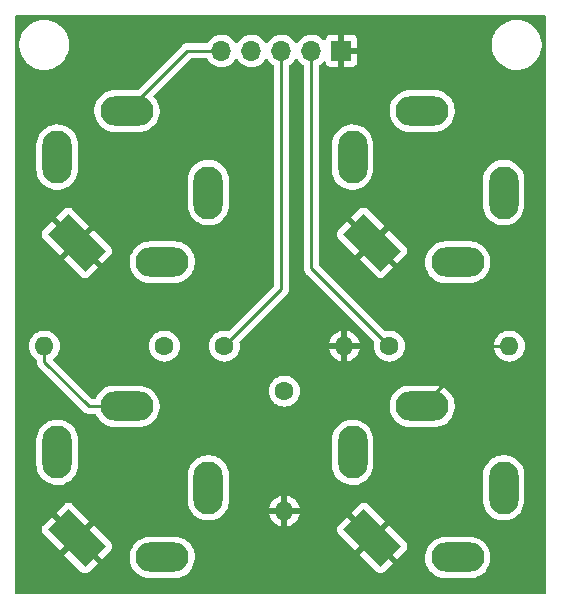
<source format=gtl>
G04 #@! TF.GenerationSoftware,KiCad,Pcbnew,6.0.5-a6ca702e91~116~ubuntu20.04.1*
G04 #@! TF.CreationDate,2022-05-07T11:35:15-04:00*
G04 #@! TF.ProjectId,vcapf_jacks,76636170-665f-46a6-9163-6b732e6b6963,rev?*
G04 #@! TF.SameCoordinates,Original*
G04 #@! TF.FileFunction,Copper,L1,Top*
G04 #@! TF.FilePolarity,Positive*
%FSLAX46Y46*%
G04 Gerber Fmt 4.6, Leading zero omitted, Abs format (unit mm)*
G04 Created by KiCad (PCBNEW 6.0.5-a6ca702e91~116~ubuntu20.04.1) date 2022-05-07 11:35:15*
%MOMM*%
%LPD*%
G01*
G04 APERTURE LIST*
G04 Aperture macros list*
%AMRotRect*
0 Rectangle, with rotation*
0 The origin of the aperture is its center*
0 $1 length*
0 $2 width*
0 $3 Rotation angle, in degrees counterclockwise*
0 Add horizontal line*
21,1,$1,$2,0,0,$3*%
G04 Aperture macros list end*
G04 #@! TA.AperFunction,ComponentPad*
%ADD10O,2.500000X4.500001*%
G04 #@! TD*
G04 #@! TA.AperFunction,ComponentPad*
%ADD11O,4.500001X2.500001*%
G04 #@! TD*
G04 #@! TA.AperFunction,ComponentPad*
%ADD12RotRect,4.500001X2.500001X315.000000*%
G04 #@! TD*
G04 #@! TA.AperFunction,ComponentPad*
%ADD13O,4.500000X2.500000*%
G04 #@! TD*
G04 #@! TA.AperFunction,ComponentPad*
%ADD14O,2.500000X4.500000*%
G04 #@! TD*
G04 #@! TA.AperFunction,ComponentPad*
%ADD15R,1.700000X1.700000*%
G04 #@! TD*
G04 #@! TA.AperFunction,ComponentPad*
%ADD16O,1.700000X1.700000*%
G04 #@! TD*
G04 #@! TA.AperFunction,ComponentPad*
%ADD17C,1.600000*%
G04 #@! TD*
G04 #@! TA.AperFunction,ComponentPad*
%ADD18O,1.600000X1.600000*%
G04 #@! TD*
G04 #@! TA.AperFunction,Conductor*
%ADD19C,0.250000*%
G04 #@! TD*
G04 APERTURE END LIST*
D10*
G04 #@! TO.P,J2,R*
G04 #@! TO.N,N/C*
X143899999Y-90499999D03*
D11*
G04 #@! TO.P,J2,RN*
X139999999Y-96399999D03*
D12*
G04 #@! TO.P,J2,S*
G04 #@! TO.N,Board_0-GND1*
X132759999Y-94739999D03*
D13*
G04 #@! TO.P,J2,T*
G04 #@! TO.N,Board_0-/INPUT_J*
X136999999Y-83599999D03*
D14*
G04 #@! TO.P,J2,TN*
G04 #@! TO.N,N/C*
X131099999Y-87499999D03*
G04 #@! TD*
D10*
G04 #@! TO.P,J7,R*
G04 #@! TO.N,N/C*
X168899999Y-115499999D03*
D11*
G04 #@! TO.P,J7,RN*
X164999999Y-121399999D03*
D12*
G04 #@! TO.P,J7,S*
G04 #@! TO.N,Board_0-GND1*
X157759999Y-119739999D03*
D13*
G04 #@! TO.P,J7,T*
G04 #@! TO.N,Board_0-/2P OUT*
X161999999Y-108599999D03*
D14*
G04 #@! TO.P,J7,TN*
G04 #@! TO.N,N/C*
X156099999Y-112499999D03*
G04 #@! TD*
D10*
G04 #@! TO.P,J3,R*
G04 #@! TO.N,N/C*
X168899999Y-90499999D03*
D11*
G04 #@! TO.P,J3,RN*
X164999999Y-96399999D03*
D12*
G04 #@! TO.P,J3,S*
G04 #@! TO.N,Board_0-GND1*
X157759999Y-94739999D03*
D13*
G04 #@! TO.P,J3,T*
G04 #@! TO.N,Board_0-/CV_J*
X161999999Y-83599999D03*
D14*
G04 #@! TO.P,J3,TN*
G04 #@! TO.N,N/C*
X156099999Y-87499999D03*
G04 #@! TD*
D15*
G04 #@! TO.P,J5,1,Pin_1*
G04 #@! TO.N,Board_0-GND1*
X155159999Y-78499999D03*
D16*
G04 #@! TO.P,J5,2,Pin_2*
G04 #@! TO.N,Board_0-/2POLE_OUT_J*
X152619999Y-78499999D03*
G04 #@! TO.P,J5,3,Pin_3*
G04 #@! TO.N,Board_0-/1POLE_OUT_J*
X150079999Y-78499999D03*
G04 #@! TO.P,J5,4,Pin_4*
G04 #@! TO.N,Board_0-/CV_J*
X147539999Y-78499999D03*
G04 #@! TO.P,J5,5,Pin_5*
G04 #@! TO.N,Board_0-/INPUT_J*
X144999999Y-78499999D03*
G04 #@! TD*
D10*
G04 #@! TO.P,J6,R*
G04 #@! TO.N,N/C*
X143899999Y-115499999D03*
D11*
G04 #@! TO.P,J6,RN*
X139999999Y-121399999D03*
D12*
G04 #@! TO.P,J6,S*
G04 #@! TO.N,Board_0-GND1*
X132759999Y-119739999D03*
D13*
G04 #@! TO.P,J6,T*
G04 #@! TO.N,Board_0-/1P OUT*
X136999999Y-108599999D03*
D14*
G04 #@! TO.P,J6,TN*
G04 #@! TO.N,N/C*
X131099999Y-112499999D03*
G04 #@! TD*
D17*
G04 #@! TO.P,R2,1*
G04 #@! TO.N,Board_0-/2POLE_OUT_J*
X150329999Y-107309999D03*
D18*
G04 #@! TO.P,R2,2*
G04 #@! TO.N,Board_0-GND1*
X150329999Y-117469999D03*
G04 #@! TD*
D17*
G04 #@! TO.P,R1,1*
G04 #@! TO.N,Board_0-/1POLE_OUT_J*
X145249999Y-103499999D03*
D18*
G04 #@! TO.P,R1,2*
G04 #@! TO.N,Board_0-GND1*
X155409999Y-103499999D03*
G04 #@! TD*
D17*
G04 #@! TO.P,R4,1*
G04 #@! TO.N,Board_0-/2POLE_OUT_J*
X159219999Y-103499999D03*
D18*
G04 #@! TO.P,R4,2*
G04 #@! TO.N,Board_0-/2P OUT*
X169379999Y-103499999D03*
G04 #@! TD*
D17*
G04 #@! TO.P,R3,1*
G04 #@! TO.N,Board_0-/1POLE_OUT_J*
X140169999Y-103499999D03*
D18*
G04 #@! TO.P,R3,2*
G04 #@! TO.N,Board_0-/1P OUT*
X130009999Y-103499999D03*
G04 #@! TD*
D19*
G04 #@! TO.N,Board_0-/1P OUT*
X130009999Y-104836706D02*
X133773292Y-108599999D01*
X133773292Y-108599999D02*
X136999999Y-108599999D01*
X130009999Y-103499999D02*
X130009999Y-104836706D01*
G04 #@! TO.N,Board_0-/1POLE_OUT_J*
X150079999Y-98669999D02*
X145249999Y-103499999D01*
X150079999Y-78499999D02*
X150079999Y-98669999D01*
G04 #@! TO.N,Board_0-/2P OUT*
X169379999Y-103499999D02*
X167099999Y-103499999D01*
X167099999Y-103499999D02*
X161999999Y-108599999D01*
G04 #@! TO.N,Board_0-/2POLE_OUT_J*
X152619999Y-78499999D02*
X152619999Y-96899999D01*
X152619999Y-96899999D02*
X159219999Y-103499999D01*
G04 #@! TO.N,Board_0-/INPUT_J*
X142099999Y-78499999D02*
X144999999Y-78499999D01*
X136999999Y-83599999D02*
X142099999Y-78499999D01*
G04 #@! TD*
G04 #@! TA.AperFunction,Conductor*
G04 #@! TO.N,Board_0-GND1*
G36*
X172433620Y-75528501D02*
G01*
X172480113Y-75582157D01*
X172491499Y-75634499D01*
X172491499Y-124365499D01*
X172471497Y-124433620D01*
X172417841Y-124480113D01*
X172365499Y-124491499D01*
X127634499Y-124491499D01*
X127566378Y-124471497D01*
X127519885Y-124417841D01*
X127508499Y-124365499D01*
X127508499Y-121163829D01*
X131701709Y-121163829D01*
X131701840Y-121165662D01*
X131706091Y-121172277D01*
X133139480Y-122605666D01*
X133144564Y-122610228D01*
X133184437Y-122642289D01*
X133197788Y-122650510D01*
X133314888Y-122703751D01*
X133331949Y-122708740D01*
X133458217Y-122726823D01*
X133475995Y-122726823D01*
X133602263Y-122708740D01*
X133619324Y-122703751D01*
X133736419Y-122650512D01*
X133749776Y-122642287D01*
X133789660Y-122610220D01*
X133794719Y-122605680D01*
X134517786Y-121882612D01*
X134525397Y-121868674D01*
X134525265Y-121866838D01*
X134521016Y-121860226D01*
X134168444Y-121507654D01*
X137239857Y-121507654D01*
X137275103Y-121766637D01*
X137276411Y-121771123D01*
X137276411Y-121771125D01*
X137296097Y-121838663D01*
X137348242Y-122017566D01*
X137457667Y-122254927D01*
X137460230Y-122258836D01*
X137598409Y-122469595D01*
X137598413Y-122469600D01*
X137600975Y-122473508D01*
X137775017Y-122668505D01*
X137975969Y-122835636D01*
X137979972Y-122838065D01*
X138195421Y-122968803D01*
X138195425Y-122968805D01*
X138199418Y-122971228D01*
X138440454Y-123072302D01*
X138693782Y-123136640D01*
X138698433Y-123137108D01*
X138698437Y-123137109D01*
X138891307Y-123156530D01*
X138910866Y-123158499D01*
X141066353Y-123158499D01*
X141068678Y-123158326D01*
X141068684Y-123158326D01*
X141255999Y-123144406D01*
X141256003Y-123144405D01*
X141260651Y-123144060D01*
X141265199Y-123143031D01*
X141265205Y-123143030D01*
X141451600Y-123100852D01*
X141515576Y-123086376D01*
X141551768Y-123072302D01*
X141754823Y-122993339D01*
X141754826Y-122993338D01*
X141759176Y-122991646D01*
X141986097Y-122861950D01*
X142191356Y-122700137D01*
X142370442Y-122509762D01*
X142519423Y-122295008D01*
X142635024Y-122060592D01*
X142714706Y-121811664D01*
X142756720Y-121553692D01*
X142760141Y-121292344D01*
X142742651Y-121163829D01*
X156701709Y-121163829D01*
X156701840Y-121165662D01*
X156706091Y-121172277D01*
X158139480Y-122605666D01*
X158144564Y-122610228D01*
X158184437Y-122642289D01*
X158197788Y-122650510D01*
X158314888Y-122703751D01*
X158331949Y-122708740D01*
X158458217Y-122726823D01*
X158475995Y-122726823D01*
X158602263Y-122708740D01*
X158619324Y-122703751D01*
X158736419Y-122650512D01*
X158749776Y-122642287D01*
X158789660Y-122610220D01*
X158794719Y-122605680D01*
X159517786Y-121882612D01*
X159525397Y-121868674D01*
X159525265Y-121866838D01*
X159521016Y-121860226D01*
X159168444Y-121507654D01*
X162239857Y-121507654D01*
X162275103Y-121766637D01*
X162276411Y-121771123D01*
X162276411Y-121771125D01*
X162296097Y-121838663D01*
X162348242Y-122017566D01*
X162457667Y-122254927D01*
X162460230Y-122258836D01*
X162598409Y-122469595D01*
X162598413Y-122469600D01*
X162600975Y-122473508D01*
X162775017Y-122668505D01*
X162975969Y-122835636D01*
X162979972Y-122838065D01*
X163195421Y-122968803D01*
X163195425Y-122968805D01*
X163199418Y-122971228D01*
X163440454Y-123072302D01*
X163693782Y-123136640D01*
X163698433Y-123137108D01*
X163698437Y-123137109D01*
X163891307Y-123156530D01*
X163910866Y-123158499D01*
X166066353Y-123158499D01*
X166068678Y-123158326D01*
X166068684Y-123158326D01*
X166255999Y-123144406D01*
X166256003Y-123144405D01*
X166260651Y-123144060D01*
X166265199Y-123143031D01*
X166265205Y-123143030D01*
X166451600Y-123100852D01*
X166515576Y-123086376D01*
X166551768Y-123072302D01*
X166754823Y-122993339D01*
X166754826Y-122993338D01*
X166759176Y-122991646D01*
X166986097Y-122861950D01*
X167191356Y-122700137D01*
X167370442Y-122509762D01*
X167519423Y-122295008D01*
X167635024Y-122060592D01*
X167714706Y-121811664D01*
X167756720Y-121553692D01*
X167760141Y-121292344D01*
X167724895Y-121033361D01*
X167710472Y-120983876D01*
X167656378Y-120798289D01*
X167651756Y-120782432D01*
X167542331Y-120545071D01*
X167483930Y-120455995D01*
X167401589Y-120330403D01*
X167401585Y-120330398D01*
X167399023Y-120326490D01*
X167224981Y-120131493D01*
X167024029Y-119964362D01*
X166976843Y-119935729D01*
X166804577Y-119831195D01*
X166804573Y-119831193D01*
X166800580Y-119828770D01*
X166559544Y-119727696D01*
X166306216Y-119663358D01*
X166301565Y-119662890D01*
X166301561Y-119662889D01*
X166092270Y-119641815D01*
X166089132Y-119641499D01*
X163933645Y-119641499D01*
X163931320Y-119641672D01*
X163931314Y-119641672D01*
X163743999Y-119655592D01*
X163743995Y-119655593D01*
X163739347Y-119655938D01*
X163734799Y-119656967D01*
X163734793Y-119656968D01*
X163548398Y-119699146D01*
X163484422Y-119713622D01*
X163480070Y-119715314D01*
X163480068Y-119715315D01*
X163245175Y-119806659D01*
X163245172Y-119806660D01*
X163240822Y-119808352D01*
X163013901Y-119938048D01*
X162808642Y-120099861D01*
X162629556Y-120290236D01*
X162480575Y-120504990D01*
X162478509Y-120509180D01*
X162478507Y-120509183D01*
X162434055Y-120599324D01*
X162364974Y-120739406D01*
X162363552Y-120743849D01*
X162363551Y-120743851D01*
X162286719Y-120983876D01*
X162285292Y-120988334D01*
X162243278Y-121246306D01*
X162239857Y-121507654D01*
X159168444Y-121507654D01*
X157772811Y-120112021D01*
X157758867Y-120104407D01*
X157757034Y-120104538D01*
X157750419Y-120108789D01*
X156709323Y-121149885D01*
X156701709Y-121163829D01*
X142742651Y-121163829D01*
X142724895Y-121033361D01*
X142710472Y-120983876D01*
X142656378Y-120798289D01*
X142651756Y-120782432D01*
X142542331Y-120545071D01*
X142483930Y-120455995D01*
X142401589Y-120330403D01*
X142401585Y-120330398D01*
X142399023Y-120326490D01*
X142224981Y-120131493D01*
X142024029Y-119964362D01*
X141976843Y-119935729D01*
X141804577Y-119831195D01*
X141804573Y-119831193D01*
X141800580Y-119828770D01*
X141559544Y-119727696D01*
X141306216Y-119663358D01*
X141301565Y-119662890D01*
X141301561Y-119662889D01*
X141092270Y-119641815D01*
X141089132Y-119641499D01*
X138933645Y-119641499D01*
X138931320Y-119641672D01*
X138931314Y-119641672D01*
X138743999Y-119655592D01*
X138743995Y-119655593D01*
X138739347Y-119655938D01*
X138734799Y-119656967D01*
X138734793Y-119656968D01*
X138548398Y-119699146D01*
X138484422Y-119713622D01*
X138480070Y-119715314D01*
X138480068Y-119715315D01*
X138245175Y-119806659D01*
X138245172Y-119806660D01*
X138240822Y-119808352D01*
X138013901Y-119938048D01*
X137808642Y-120099861D01*
X137629556Y-120290236D01*
X137480575Y-120504990D01*
X137478509Y-120509180D01*
X137478507Y-120509183D01*
X137434055Y-120599324D01*
X137364974Y-120739406D01*
X137363552Y-120743849D01*
X137363551Y-120743851D01*
X137286719Y-120983876D01*
X137285292Y-120988334D01*
X137243278Y-121246306D01*
X137239857Y-121507654D01*
X134168444Y-121507654D01*
X132772811Y-120112021D01*
X132758867Y-120104407D01*
X132757034Y-120104538D01*
X132750419Y-120108789D01*
X131709323Y-121149885D01*
X131701709Y-121163829D01*
X127508499Y-121163829D01*
X127508499Y-119041781D01*
X129773175Y-119041781D01*
X129791258Y-119168049D01*
X129796247Y-119185110D01*
X129849487Y-119302208D01*
X129857710Y-119315562D01*
X129889770Y-119355436D01*
X129894331Y-119360518D01*
X131324489Y-120790675D01*
X131338433Y-120798289D01*
X131340267Y-120798158D01*
X131346879Y-120793909D01*
X132387977Y-119752811D01*
X132394355Y-119741131D01*
X133124407Y-119741131D01*
X133124538Y-119742964D01*
X133128789Y-119749579D01*
X134876992Y-121497782D01*
X134890936Y-121505396D01*
X134892769Y-121505265D01*
X134899384Y-121501014D01*
X135625666Y-120774732D01*
X135630227Y-120769649D01*
X135662288Y-120729775D01*
X135670511Y-120716421D01*
X135723751Y-120599324D01*
X135728740Y-120582263D01*
X135746823Y-120455995D01*
X135746823Y-120438217D01*
X135728740Y-120311949D01*
X135723751Y-120294888D01*
X135670511Y-120177790D01*
X135662288Y-120164436D01*
X135630228Y-120124562D01*
X135625667Y-120119480D01*
X134547967Y-119041781D01*
X154773175Y-119041781D01*
X154791258Y-119168049D01*
X154796247Y-119185110D01*
X154849487Y-119302208D01*
X154857710Y-119315562D01*
X154889770Y-119355436D01*
X154894331Y-119360518D01*
X156324489Y-120790675D01*
X156338433Y-120798289D01*
X156340267Y-120798158D01*
X156346879Y-120793909D01*
X157387977Y-119752811D01*
X157394355Y-119741131D01*
X158124407Y-119741131D01*
X158124538Y-119742964D01*
X158128789Y-119749579D01*
X159876992Y-121497782D01*
X159890936Y-121505396D01*
X159892769Y-121505265D01*
X159899384Y-121501014D01*
X160625666Y-120774732D01*
X160630227Y-120769649D01*
X160662288Y-120729775D01*
X160670511Y-120716421D01*
X160723751Y-120599324D01*
X160728740Y-120582263D01*
X160746823Y-120455995D01*
X160746823Y-120438217D01*
X160728740Y-120311949D01*
X160723751Y-120294888D01*
X160670511Y-120177790D01*
X160662288Y-120164436D01*
X160630228Y-120124562D01*
X160625667Y-120119480D01*
X159195509Y-118689323D01*
X159181565Y-118681709D01*
X159179731Y-118681840D01*
X159173119Y-118686089D01*
X158132021Y-119727187D01*
X158124407Y-119741131D01*
X157394355Y-119741131D01*
X157395591Y-119738867D01*
X157395460Y-119737034D01*
X157391209Y-119730419D01*
X155643006Y-117982216D01*
X155629062Y-117974602D01*
X155627229Y-117974733D01*
X155620614Y-117978984D01*
X154894332Y-118705266D01*
X154889771Y-118710349D01*
X154857710Y-118750223D01*
X154849487Y-118763577D01*
X154796247Y-118880674D01*
X154791258Y-118897735D01*
X154773175Y-119024003D01*
X154773175Y-119041781D01*
X134547967Y-119041781D01*
X134195509Y-118689323D01*
X134181565Y-118681709D01*
X134179731Y-118681840D01*
X134173119Y-118686089D01*
X133132021Y-119727187D01*
X133124407Y-119741131D01*
X132394355Y-119741131D01*
X132395591Y-119738867D01*
X132395460Y-119737034D01*
X132391209Y-119730419D01*
X130643006Y-117982216D01*
X130629062Y-117974602D01*
X130627229Y-117974733D01*
X130620614Y-117978984D01*
X129894332Y-118705266D01*
X129889771Y-118710349D01*
X129857710Y-118750223D01*
X129849487Y-118763577D01*
X129796247Y-118880674D01*
X129791258Y-118897735D01*
X129773175Y-119024003D01*
X129773175Y-119041781D01*
X127508499Y-119041781D01*
X127508499Y-117611324D01*
X130994601Y-117611324D01*
X130994733Y-117613160D01*
X130998982Y-117619772D01*
X132747187Y-119367977D01*
X132761131Y-119375591D01*
X132762964Y-119375460D01*
X132769579Y-119371209D01*
X133810675Y-118330113D01*
X133818289Y-118316169D01*
X133818158Y-118314336D01*
X133813907Y-118307721D01*
X132380518Y-116874332D01*
X132375434Y-116869770D01*
X132335561Y-116837709D01*
X132322210Y-116829488D01*
X132205110Y-116776247D01*
X132188049Y-116771258D01*
X132061781Y-116753175D01*
X132044003Y-116753175D01*
X131917735Y-116771258D01*
X131900674Y-116776247D01*
X131783579Y-116829486D01*
X131770222Y-116837711D01*
X131730338Y-116869778D01*
X131725279Y-116874318D01*
X131002212Y-117597386D01*
X130994601Y-117611324D01*
X127508499Y-117611324D01*
X127508499Y-116566353D01*
X142141499Y-116566353D01*
X142141672Y-116568678D01*
X142141672Y-116568684D01*
X142145644Y-116622124D01*
X142155938Y-116760651D01*
X142156967Y-116765199D01*
X142156968Y-116765205D01*
X142199146Y-116951600D01*
X142213622Y-117015576D01*
X142215314Y-117019928D01*
X142215315Y-117019930D01*
X142291562Y-117215999D01*
X142308352Y-117259176D01*
X142438048Y-117486097D01*
X142599861Y-117691356D01*
X142790236Y-117870442D01*
X143004990Y-118019423D01*
X143009180Y-118021489D01*
X143009183Y-118021491D01*
X143235218Y-118132959D01*
X143235221Y-118132960D01*
X143239406Y-118135024D01*
X143243849Y-118136446D01*
X143243851Y-118136447D01*
X143483876Y-118213279D01*
X143488334Y-118214706D01*
X143746306Y-118256720D01*
X143860057Y-118258209D01*
X144002977Y-118260080D01*
X144002980Y-118260080D01*
X144007654Y-118260141D01*
X144266637Y-118224895D01*
X144517566Y-118151756D01*
X144553861Y-118135024D01*
X144583175Y-118121510D01*
X144754927Y-118042331D01*
X144858231Y-117974602D01*
X144969595Y-117901589D01*
X144969600Y-117901585D01*
X144973508Y-117899023D01*
X145155576Y-117736521D01*
X149047272Y-117736521D01*
X149094763Y-117913760D01*
X149098509Y-117924052D01*
X149190585Y-118121510D01*
X149196068Y-118131006D01*
X149321027Y-118309466D01*
X149328083Y-118317874D01*
X149482124Y-118471915D01*
X149490532Y-118478971D01*
X149668992Y-118603930D01*
X149678488Y-118609413D01*
X149875946Y-118701489D01*
X149886238Y-118705235D01*
X150058502Y-118751393D01*
X150072598Y-118751057D01*
X150075999Y-118743115D01*
X150075999Y-118737966D01*
X150583999Y-118737966D01*
X150587972Y-118751497D01*
X150596521Y-118752726D01*
X150773760Y-118705235D01*
X150784052Y-118701489D01*
X150981510Y-118609413D01*
X150991006Y-118603930D01*
X151169466Y-118478971D01*
X151177874Y-118471915D01*
X151331915Y-118317874D01*
X151338971Y-118309466D01*
X151463930Y-118131006D01*
X151469413Y-118121510D01*
X151561489Y-117924052D01*
X151565235Y-117913760D01*
X151611393Y-117741496D01*
X151611057Y-117727400D01*
X151603115Y-117723999D01*
X150602114Y-117723999D01*
X150586875Y-117728474D01*
X150585670Y-117729864D01*
X150583999Y-117737547D01*
X150583999Y-118737966D01*
X150075999Y-118737966D01*
X150075999Y-117742114D01*
X150071524Y-117726875D01*
X150070134Y-117725670D01*
X150062451Y-117723999D01*
X149062032Y-117723999D01*
X149048501Y-117727972D01*
X149047272Y-117736521D01*
X145155576Y-117736521D01*
X145168505Y-117724981D01*
X145263033Y-117611324D01*
X155994601Y-117611324D01*
X155994733Y-117613160D01*
X155998982Y-117619772D01*
X157747187Y-119367977D01*
X157761131Y-119375591D01*
X157762964Y-119375460D01*
X157769579Y-119371209D01*
X158810675Y-118330113D01*
X158818289Y-118316169D01*
X158818158Y-118314336D01*
X158813907Y-118307721D01*
X157380518Y-116874332D01*
X157375434Y-116869770D01*
X157335561Y-116837709D01*
X157322210Y-116829488D01*
X157205110Y-116776247D01*
X157188049Y-116771258D01*
X157061781Y-116753175D01*
X157044003Y-116753175D01*
X156917735Y-116771258D01*
X156900674Y-116776247D01*
X156783579Y-116829486D01*
X156770222Y-116837711D01*
X156730338Y-116869778D01*
X156725279Y-116874318D01*
X156002212Y-117597386D01*
X155994601Y-117611324D01*
X145263033Y-117611324D01*
X145335636Y-117524029D01*
X145471228Y-117300580D01*
X145514033Y-117198502D01*
X149048605Y-117198502D01*
X149048941Y-117212598D01*
X149056883Y-117215999D01*
X150057884Y-117215999D01*
X150073123Y-117211524D01*
X150074328Y-117210134D01*
X150075999Y-117202451D01*
X150075999Y-117197884D01*
X150583999Y-117197884D01*
X150588474Y-117213123D01*
X150589864Y-117214328D01*
X150597547Y-117215999D01*
X151597966Y-117215999D01*
X151611497Y-117212026D01*
X151612726Y-117203477D01*
X151565235Y-117026238D01*
X151561489Y-117015946D01*
X151469413Y-116818488D01*
X151463930Y-116808992D01*
X151338971Y-116630532D01*
X151331915Y-116622124D01*
X151276144Y-116566353D01*
X167141499Y-116566353D01*
X167141672Y-116568678D01*
X167141672Y-116568684D01*
X167145644Y-116622124D01*
X167155938Y-116760651D01*
X167156967Y-116765199D01*
X167156968Y-116765205D01*
X167199146Y-116951600D01*
X167213622Y-117015576D01*
X167215314Y-117019928D01*
X167215315Y-117019930D01*
X167291562Y-117215999D01*
X167308352Y-117259176D01*
X167438048Y-117486097D01*
X167599861Y-117691356D01*
X167790236Y-117870442D01*
X168004990Y-118019423D01*
X168009180Y-118021489D01*
X168009183Y-118021491D01*
X168235218Y-118132959D01*
X168235221Y-118132960D01*
X168239406Y-118135024D01*
X168243849Y-118136446D01*
X168243851Y-118136447D01*
X168483876Y-118213279D01*
X168488334Y-118214706D01*
X168746306Y-118256720D01*
X168860057Y-118258209D01*
X169002977Y-118260080D01*
X169002980Y-118260080D01*
X169007654Y-118260141D01*
X169266637Y-118224895D01*
X169517566Y-118151756D01*
X169553861Y-118135024D01*
X169583175Y-118121510D01*
X169754927Y-118042331D01*
X169858231Y-117974602D01*
X169969595Y-117901589D01*
X169969600Y-117901585D01*
X169973508Y-117899023D01*
X170168505Y-117724981D01*
X170335636Y-117524029D01*
X170471228Y-117300580D01*
X170572302Y-117059544D01*
X170636640Y-116806216D01*
X170658499Y-116589132D01*
X170658499Y-114433645D01*
X170656573Y-114407728D01*
X170644406Y-114243999D01*
X170644405Y-114243995D01*
X170644060Y-114239347D01*
X170632724Y-114189247D01*
X170587407Y-113988979D01*
X170586376Y-113984422D01*
X170491646Y-113740822D01*
X170361950Y-113513901D01*
X170200137Y-113308642D01*
X170009762Y-113129556D01*
X169795008Y-112980575D01*
X169790815Y-112978507D01*
X169564780Y-112867039D01*
X169564777Y-112867038D01*
X169560592Y-112864974D01*
X169514448Y-112850203D01*
X169316122Y-112786719D01*
X169311664Y-112785292D01*
X169053692Y-112743278D01*
X168939941Y-112741789D01*
X168797021Y-112739918D01*
X168797018Y-112739918D01*
X168792344Y-112739857D01*
X168533361Y-112775103D01*
X168282432Y-112848242D01*
X168278179Y-112850202D01*
X168278178Y-112850203D01*
X168241658Y-112867039D01*
X168045071Y-112957667D01*
X168006066Y-112983240D01*
X167830403Y-113098409D01*
X167830398Y-113098413D01*
X167826490Y-113100975D01*
X167631493Y-113275017D01*
X167464362Y-113475969D01*
X167328770Y-113699418D01*
X167227696Y-113940454D01*
X167163358Y-114193782D01*
X167162890Y-114198433D01*
X167162889Y-114198437D01*
X167152604Y-114300580D01*
X167141499Y-114410866D01*
X167141499Y-116566353D01*
X151276144Y-116566353D01*
X151177874Y-116468083D01*
X151169466Y-116461027D01*
X150991006Y-116336068D01*
X150981510Y-116330585D01*
X150784052Y-116238509D01*
X150773760Y-116234763D01*
X150601496Y-116188605D01*
X150587400Y-116188941D01*
X150583999Y-116196883D01*
X150583999Y-117197884D01*
X150075999Y-117197884D01*
X150075999Y-116202032D01*
X150072026Y-116188501D01*
X150063477Y-116187272D01*
X149886238Y-116234763D01*
X149875946Y-116238509D01*
X149678488Y-116330585D01*
X149668992Y-116336068D01*
X149490532Y-116461027D01*
X149482124Y-116468083D01*
X149328083Y-116622124D01*
X149321027Y-116630532D01*
X149196068Y-116808992D01*
X149190585Y-116818488D01*
X149098509Y-117015946D01*
X149094763Y-117026238D01*
X149048605Y-117198502D01*
X145514033Y-117198502D01*
X145572302Y-117059544D01*
X145636640Y-116806216D01*
X145658499Y-116589132D01*
X145658499Y-114433645D01*
X145656573Y-114407728D01*
X145644406Y-114243999D01*
X145644405Y-114243995D01*
X145644060Y-114239347D01*
X145632724Y-114189247D01*
X145587407Y-113988979D01*
X145586376Y-113984422D01*
X145491646Y-113740822D01*
X145391929Y-113566353D01*
X154341499Y-113566353D01*
X154341672Y-113568678D01*
X154341672Y-113568684D01*
X154351388Y-113699418D01*
X154355938Y-113760651D01*
X154356967Y-113765199D01*
X154356968Y-113765205D01*
X154397647Y-113944979D01*
X154413622Y-114015576D01*
X154508352Y-114259176D01*
X154638048Y-114486097D01*
X154799861Y-114691356D01*
X154990236Y-114870442D01*
X155204990Y-115019423D01*
X155209180Y-115021489D01*
X155209183Y-115021491D01*
X155435218Y-115132959D01*
X155435221Y-115132960D01*
X155439406Y-115135024D01*
X155443849Y-115136446D01*
X155443851Y-115136447D01*
X155683876Y-115213279D01*
X155688334Y-115214706D01*
X155946306Y-115256720D01*
X156060057Y-115258209D01*
X156202977Y-115260080D01*
X156202980Y-115260080D01*
X156207654Y-115260141D01*
X156466637Y-115224895D01*
X156717566Y-115151756D01*
X156753861Y-115135024D01*
X156772112Y-115126610D01*
X156954927Y-115042331D01*
X157004975Y-115009518D01*
X157169595Y-114901589D01*
X157169600Y-114901585D01*
X157173508Y-114899023D01*
X157368505Y-114724981D01*
X157535636Y-114524029D01*
X157671228Y-114300580D01*
X157772302Y-114059544D01*
X157836640Y-113806216D01*
X157842787Y-113745175D01*
X157858183Y-113592270D01*
X157858499Y-113589132D01*
X157858499Y-111433645D01*
X157844060Y-111239347D01*
X157832724Y-111189247D01*
X157787407Y-110988979D01*
X157786376Y-110984422D01*
X157691646Y-110740822D01*
X157561950Y-110513901D01*
X157400137Y-110308642D01*
X157209762Y-110129556D01*
X156995008Y-109980575D01*
X156990815Y-109978507D01*
X156764780Y-109867039D01*
X156764777Y-109867038D01*
X156760592Y-109864974D01*
X156714448Y-109850203D01*
X156516122Y-109786719D01*
X156511664Y-109785292D01*
X156253692Y-109743278D01*
X156139941Y-109741789D01*
X155997021Y-109739918D01*
X155997018Y-109739918D01*
X155992344Y-109739857D01*
X155733361Y-109775103D01*
X155482432Y-109848242D01*
X155478179Y-109850202D01*
X155478178Y-109850203D01*
X155441658Y-109867039D01*
X155245071Y-109957667D01*
X155206066Y-109983240D01*
X155030403Y-110098409D01*
X155030398Y-110098413D01*
X155026490Y-110100975D01*
X154831493Y-110275017D01*
X154664362Y-110475969D01*
X154528770Y-110699418D01*
X154427696Y-110940454D01*
X154363358Y-111193782D01*
X154341499Y-111410866D01*
X154341499Y-113566353D01*
X145391929Y-113566353D01*
X145361950Y-113513901D01*
X145200137Y-113308642D01*
X145009762Y-113129556D01*
X144795008Y-112980575D01*
X144790815Y-112978507D01*
X144564780Y-112867039D01*
X144564777Y-112867038D01*
X144560592Y-112864974D01*
X144514448Y-112850203D01*
X144316122Y-112786719D01*
X144311664Y-112785292D01*
X144053692Y-112743278D01*
X143939941Y-112741789D01*
X143797021Y-112739918D01*
X143797018Y-112739918D01*
X143792344Y-112739857D01*
X143533361Y-112775103D01*
X143282432Y-112848242D01*
X143278179Y-112850202D01*
X143278178Y-112850203D01*
X143241658Y-112867039D01*
X143045071Y-112957667D01*
X143006066Y-112983240D01*
X142830403Y-113098409D01*
X142830398Y-113098413D01*
X142826490Y-113100975D01*
X142631493Y-113275017D01*
X142464362Y-113475969D01*
X142328770Y-113699418D01*
X142227696Y-113940454D01*
X142163358Y-114193782D01*
X142162890Y-114198433D01*
X142162889Y-114198437D01*
X142152604Y-114300580D01*
X142141499Y-114410866D01*
X142141499Y-116566353D01*
X127508499Y-116566353D01*
X127508499Y-113566353D01*
X129341499Y-113566353D01*
X129341672Y-113568678D01*
X129341672Y-113568684D01*
X129351388Y-113699418D01*
X129355938Y-113760651D01*
X129356967Y-113765199D01*
X129356968Y-113765205D01*
X129397647Y-113944979D01*
X129413622Y-114015576D01*
X129508352Y-114259176D01*
X129638048Y-114486097D01*
X129799861Y-114691356D01*
X129990236Y-114870442D01*
X130204990Y-115019423D01*
X130209180Y-115021489D01*
X130209183Y-115021491D01*
X130435218Y-115132959D01*
X130435221Y-115132960D01*
X130439406Y-115135024D01*
X130443849Y-115136446D01*
X130443851Y-115136447D01*
X130683876Y-115213279D01*
X130688334Y-115214706D01*
X130946306Y-115256720D01*
X131060057Y-115258209D01*
X131202977Y-115260080D01*
X131202980Y-115260080D01*
X131207654Y-115260141D01*
X131466637Y-115224895D01*
X131717566Y-115151756D01*
X131753861Y-115135024D01*
X131772112Y-115126610D01*
X131954927Y-115042331D01*
X132004975Y-115009518D01*
X132169595Y-114901589D01*
X132169600Y-114901585D01*
X132173508Y-114899023D01*
X132368505Y-114724981D01*
X132535636Y-114524029D01*
X132671228Y-114300580D01*
X132772302Y-114059544D01*
X132836640Y-113806216D01*
X132842787Y-113745175D01*
X132858183Y-113592270D01*
X132858499Y-113589132D01*
X132858499Y-111433645D01*
X132844060Y-111239347D01*
X132832724Y-111189247D01*
X132787407Y-110988979D01*
X132786376Y-110984422D01*
X132691646Y-110740822D01*
X132561950Y-110513901D01*
X132400137Y-110308642D01*
X132209762Y-110129556D01*
X131995008Y-109980575D01*
X131990815Y-109978507D01*
X131764780Y-109867039D01*
X131764777Y-109867038D01*
X131760592Y-109864974D01*
X131714448Y-109850203D01*
X131516122Y-109786719D01*
X131511664Y-109785292D01*
X131253692Y-109743278D01*
X131139941Y-109741789D01*
X130997021Y-109739918D01*
X130997018Y-109739918D01*
X130992344Y-109739857D01*
X130733361Y-109775103D01*
X130482432Y-109848242D01*
X130478179Y-109850202D01*
X130478178Y-109850203D01*
X130441658Y-109867039D01*
X130245071Y-109957667D01*
X130206066Y-109983240D01*
X130030403Y-110098409D01*
X130030398Y-110098413D01*
X130026490Y-110100975D01*
X129831493Y-110275017D01*
X129664362Y-110475969D01*
X129528770Y-110699418D01*
X129427696Y-110940454D01*
X129363358Y-111193782D01*
X129341499Y-111410866D01*
X129341499Y-113566353D01*
X127508499Y-113566353D01*
X127508499Y-103499999D01*
X128696501Y-103499999D01*
X128716456Y-103728086D01*
X128717880Y-103733399D01*
X128717880Y-103733401D01*
X128727030Y-103767547D01*
X128775715Y-103949242D01*
X128778038Y-103954223D01*
X128778038Y-103954224D01*
X128870150Y-104151761D01*
X128870153Y-104151766D01*
X128872476Y-104156748D01*
X129003801Y-104344299D01*
X129165699Y-104506197D01*
X129170207Y-104509354D01*
X129170210Y-104509356D01*
X129322770Y-104616180D01*
X129367098Y-104671637D01*
X129376499Y-104719393D01*
X129376499Y-104757939D01*
X129375972Y-104769122D01*
X129374297Y-104776615D01*
X129374546Y-104784541D01*
X129374546Y-104784542D01*
X129376437Y-104844692D01*
X129376499Y-104848651D01*
X129376499Y-104876562D01*
X129376996Y-104880496D01*
X129376996Y-104880497D01*
X129377004Y-104880562D01*
X129377937Y-104892399D01*
X129379326Y-104936595D01*
X129384977Y-104956045D01*
X129388986Y-104975406D01*
X129391525Y-104995503D01*
X129394444Y-105002874D01*
X129394444Y-105002876D01*
X129407803Y-105036618D01*
X129411648Y-105047848D01*
X129423981Y-105090299D01*
X129428014Y-105097118D01*
X129428016Y-105097123D01*
X129434292Y-105107734D01*
X129442987Y-105125482D01*
X129450447Y-105144323D01*
X129455109Y-105150739D01*
X129455109Y-105150740D01*
X129476435Y-105180093D01*
X129482951Y-105190013D01*
X129505457Y-105228068D01*
X129519778Y-105242389D01*
X129532618Y-105257422D01*
X129544527Y-105273813D01*
X129550633Y-105278864D01*
X129578604Y-105302004D01*
X129587383Y-105309994D01*
X133269640Y-108992252D01*
X133277180Y-109000538D01*
X133281292Y-109007017D01*
X133287069Y-109012442D01*
X133330943Y-109053642D01*
X133333785Y-109056397D01*
X133353522Y-109076134D01*
X133356719Y-109078614D01*
X133365739Y-109086317D01*
X133397971Y-109116585D01*
X133404917Y-109120404D01*
X133404920Y-109120406D01*
X133415726Y-109126347D01*
X133432245Y-109137198D01*
X133448251Y-109149613D01*
X133455520Y-109152758D01*
X133455524Y-109152761D01*
X133488829Y-109167173D01*
X133499479Y-109172390D01*
X133538232Y-109193694D01*
X133545907Y-109195665D01*
X133545908Y-109195665D01*
X133557854Y-109198732D01*
X133576559Y-109205136D01*
X133595147Y-109213180D01*
X133602970Y-109214419D01*
X133602980Y-109214422D01*
X133638816Y-109220098D01*
X133650436Y-109222504D01*
X133685581Y-109231527D01*
X133693262Y-109233499D01*
X133713516Y-109233499D01*
X133733226Y-109235050D01*
X133753235Y-109238219D01*
X133761127Y-109237473D01*
X133797253Y-109234058D01*
X133809111Y-109233499D01*
X134274929Y-109233499D01*
X134343050Y-109253501D01*
X134389355Y-109306748D01*
X134457667Y-109454927D01*
X134460230Y-109458836D01*
X134598409Y-109669595D01*
X134598413Y-109669600D01*
X134600975Y-109673508D01*
X134775017Y-109868505D01*
X134975969Y-110035636D01*
X134979972Y-110038065D01*
X135195421Y-110168803D01*
X135195425Y-110168805D01*
X135199418Y-110171228D01*
X135440454Y-110272302D01*
X135693782Y-110336640D01*
X135698433Y-110337108D01*
X135698437Y-110337109D01*
X135891307Y-110356530D01*
X135910866Y-110358499D01*
X138066353Y-110358499D01*
X138068678Y-110358326D01*
X138068684Y-110358326D01*
X138255999Y-110344406D01*
X138256003Y-110344405D01*
X138260651Y-110344060D01*
X138265199Y-110343031D01*
X138265205Y-110343030D01*
X138451600Y-110300852D01*
X138515576Y-110286376D01*
X138519930Y-110284683D01*
X138754823Y-110193339D01*
X138754826Y-110193338D01*
X138759176Y-110191646D01*
X138986097Y-110061950D01*
X139191356Y-109900137D01*
X139370442Y-109709762D01*
X139519423Y-109495008D01*
X139541283Y-109450681D01*
X139632959Y-109264780D01*
X139632960Y-109264777D01*
X139635024Y-109260592D01*
X139642425Y-109237473D01*
X139713279Y-109016122D01*
X139714706Y-109011664D01*
X139756720Y-108753692D01*
X139757323Y-108707654D01*
X159239857Y-108707654D01*
X159275103Y-108966637D01*
X159276411Y-108971123D01*
X159276411Y-108971125D01*
X159296097Y-109038663D01*
X159348242Y-109217566D01*
X159350202Y-109221819D01*
X159350203Y-109221820D01*
X159357419Y-109237473D01*
X159457667Y-109454927D01*
X159460230Y-109458836D01*
X159598409Y-109669595D01*
X159598413Y-109669600D01*
X159600975Y-109673508D01*
X159775017Y-109868505D01*
X159975969Y-110035636D01*
X159979972Y-110038065D01*
X160195421Y-110168803D01*
X160195425Y-110168805D01*
X160199418Y-110171228D01*
X160440454Y-110272302D01*
X160693782Y-110336640D01*
X160698433Y-110337108D01*
X160698437Y-110337109D01*
X160891307Y-110356530D01*
X160910866Y-110358499D01*
X163066353Y-110358499D01*
X163068678Y-110358326D01*
X163068684Y-110358326D01*
X163255999Y-110344406D01*
X163256003Y-110344405D01*
X163260651Y-110344060D01*
X163265199Y-110343031D01*
X163265205Y-110343030D01*
X163451600Y-110300852D01*
X163515576Y-110286376D01*
X163519930Y-110284683D01*
X163754823Y-110193339D01*
X163754826Y-110193338D01*
X163759176Y-110191646D01*
X163986097Y-110061950D01*
X164191356Y-109900137D01*
X164370442Y-109709762D01*
X164519423Y-109495008D01*
X164541283Y-109450681D01*
X164632959Y-109264780D01*
X164632960Y-109264777D01*
X164635024Y-109260592D01*
X164642425Y-109237473D01*
X164713279Y-109016122D01*
X164714706Y-109011664D01*
X164756720Y-108753692D01*
X164760141Y-108492344D01*
X164724895Y-108233361D01*
X164710472Y-108183876D01*
X164653067Y-107986931D01*
X164651756Y-107982432D01*
X164542331Y-107745071D01*
X164509518Y-107695023D01*
X164401589Y-107530403D01*
X164401585Y-107530398D01*
X164399023Y-107526490D01*
X164224981Y-107331493D01*
X164024029Y-107164362D01*
X163976843Y-107135729D01*
X163804577Y-107031195D01*
X163804573Y-107031193D01*
X163800580Y-107028770D01*
X163559544Y-106927696D01*
X163306216Y-106863358D01*
X163301565Y-106862890D01*
X163301561Y-106862889D01*
X163092270Y-106841815D01*
X163089132Y-106841499D01*
X160933645Y-106841499D01*
X160931320Y-106841672D01*
X160931314Y-106841672D01*
X160743999Y-106855592D01*
X160743995Y-106855593D01*
X160739347Y-106855938D01*
X160734799Y-106856967D01*
X160734793Y-106856968D01*
X160548398Y-106899146D01*
X160484422Y-106913622D01*
X160480070Y-106915314D01*
X160480068Y-106915315D01*
X160245175Y-107006659D01*
X160245172Y-107006660D01*
X160240822Y-107008352D01*
X160013901Y-107138048D01*
X159808642Y-107299861D01*
X159629556Y-107490236D01*
X159480575Y-107704990D01*
X159478510Y-107709178D01*
X159478507Y-107709183D01*
X159369813Y-107929594D01*
X159364974Y-107939406D01*
X159363552Y-107943849D01*
X159363551Y-107943851D01*
X159356222Y-107966748D01*
X159285292Y-108188334D01*
X159243278Y-108446306D01*
X159241977Y-108545706D01*
X159241214Y-108604021D01*
X159239857Y-108707654D01*
X139757323Y-108707654D01*
X139760141Y-108492344D01*
X139724895Y-108233361D01*
X139710472Y-108183876D01*
X139653067Y-107986931D01*
X139651756Y-107982432D01*
X139542331Y-107745071D01*
X139509518Y-107695023D01*
X139401589Y-107530403D01*
X139401585Y-107530398D01*
X139399023Y-107526490D01*
X139224981Y-107331493D01*
X139199137Y-107309999D01*
X149016501Y-107309999D01*
X149036456Y-107538086D01*
X149037880Y-107543399D01*
X149037880Y-107543401D01*
X149093056Y-107749317D01*
X149095715Y-107759242D01*
X149098038Y-107764223D01*
X149098038Y-107764224D01*
X149190150Y-107961761D01*
X149190153Y-107961766D01*
X149192476Y-107966748D01*
X149323801Y-108154299D01*
X149485699Y-108316197D01*
X149490207Y-108319354D01*
X149490210Y-108319356D01*
X149568388Y-108374097D01*
X149673250Y-108447522D01*
X149678232Y-108449845D01*
X149678237Y-108449848D01*
X149875774Y-108541960D01*
X149880756Y-108544283D01*
X149886064Y-108545705D01*
X149886066Y-108545706D01*
X150096597Y-108602118D01*
X150096599Y-108602118D01*
X150101912Y-108603542D01*
X150329999Y-108623497D01*
X150558086Y-108603542D01*
X150563399Y-108602118D01*
X150563401Y-108602118D01*
X150773932Y-108545706D01*
X150773934Y-108545705D01*
X150779242Y-108544283D01*
X150784224Y-108541960D01*
X150981761Y-108449848D01*
X150981766Y-108449845D01*
X150986748Y-108447522D01*
X151091610Y-108374097D01*
X151169788Y-108319356D01*
X151169791Y-108319354D01*
X151174299Y-108316197D01*
X151336197Y-108154299D01*
X151467522Y-107966748D01*
X151469845Y-107961766D01*
X151469848Y-107961761D01*
X151561960Y-107764224D01*
X151561960Y-107764223D01*
X151564283Y-107759242D01*
X151566943Y-107749317D01*
X151622118Y-107543401D01*
X151622118Y-107543399D01*
X151623542Y-107538086D01*
X151643497Y-107309999D01*
X151623542Y-107081912D01*
X151564283Y-106860756D01*
X151555384Y-106841672D01*
X151469848Y-106658237D01*
X151469845Y-106658232D01*
X151467522Y-106653250D01*
X151336197Y-106465699D01*
X151174299Y-106303801D01*
X151169791Y-106300644D01*
X151169788Y-106300642D01*
X151091610Y-106245901D01*
X150986748Y-106172476D01*
X150981766Y-106170153D01*
X150981761Y-106170150D01*
X150784224Y-106078038D01*
X150784223Y-106078038D01*
X150779242Y-106075715D01*
X150773934Y-106074293D01*
X150773932Y-106074292D01*
X150563401Y-106017880D01*
X150563399Y-106017880D01*
X150558086Y-106016456D01*
X150329999Y-105996501D01*
X150101912Y-106016456D01*
X150096599Y-106017880D01*
X150096597Y-106017880D01*
X149886066Y-106074292D01*
X149886064Y-106074293D01*
X149880756Y-106075715D01*
X149875775Y-106078038D01*
X149875774Y-106078038D01*
X149678237Y-106170150D01*
X149678232Y-106170153D01*
X149673250Y-106172476D01*
X149568388Y-106245901D01*
X149490210Y-106300642D01*
X149490207Y-106300644D01*
X149485699Y-106303801D01*
X149323801Y-106465699D01*
X149192476Y-106653250D01*
X149190153Y-106658232D01*
X149190150Y-106658237D01*
X149104614Y-106841672D01*
X149095715Y-106860756D01*
X149036456Y-107081912D01*
X149016501Y-107309999D01*
X139199137Y-107309999D01*
X139024029Y-107164362D01*
X138976843Y-107135729D01*
X138804577Y-107031195D01*
X138804573Y-107031193D01*
X138800580Y-107028770D01*
X138559544Y-106927696D01*
X138306216Y-106863358D01*
X138301565Y-106862890D01*
X138301561Y-106862889D01*
X138092270Y-106841815D01*
X138089132Y-106841499D01*
X135933645Y-106841499D01*
X135931320Y-106841672D01*
X135931314Y-106841672D01*
X135743999Y-106855592D01*
X135743995Y-106855593D01*
X135739347Y-106855938D01*
X135734799Y-106856967D01*
X135734793Y-106856968D01*
X135548398Y-106899146D01*
X135484422Y-106913622D01*
X135480070Y-106915314D01*
X135480068Y-106915315D01*
X135245175Y-107006659D01*
X135245172Y-107006660D01*
X135240822Y-107008352D01*
X135013901Y-107138048D01*
X134808642Y-107299861D01*
X134629556Y-107490236D01*
X134480575Y-107704990D01*
X134456440Y-107753932D01*
X134386267Y-107896228D01*
X134338198Y-107948476D01*
X134273261Y-107966499D01*
X134087886Y-107966499D01*
X134019765Y-107946497D01*
X133998791Y-107929594D01*
X130796438Y-104727240D01*
X130762412Y-104664928D01*
X130767477Y-104594112D01*
X130813261Y-104534933D01*
X130849785Y-104509358D01*
X130849787Y-104509356D01*
X130854299Y-104506197D01*
X131016197Y-104344299D01*
X131147522Y-104156748D01*
X131149845Y-104151766D01*
X131149848Y-104151761D01*
X131241960Y-103954224D01*
X131241960Y-103954223D01*
X131244283Y-103949242D01*
X131292969Y-103767547D01*
X131302118Y-103733401D01*
X131302118Y-103733399D01*
X131303542Y-103728086D01*
X131323497Y-103499999D01*
X138856501Y-103499999D01*
X138876456Y-103728086D01*
X138877880Y-103733399D01*
X138877880Y-103733401D01*
X138887030Y-103767547D01*
X138935715Y-103949242D01*
X138938038Y-103954223D01*
X138938038Y-103954224D01*
X139030150Y-104151761D01*
X139030153Y-104151766D01*
X139032476Y-104156748D01*
X139163801Y-104344299D01*
X139325699Y-104506197D01*
X139330207Y-104509354D01*
X139330213Y-104509358D01*
X139513250Y-104637522D01*
X139518232Y-104639845D01*
X139518237Y-104639848D01*
X139688824Y-104719393D01*
X139720756Y-104734283D01*
X139726064Y-104735705D01*
X139726066Y-104735706D01*
X139936597Y-104792118D01*
X139936599Y-104792118D01*
X139941912Y-104793542D01*
X140169999Y-104813497D01*
X140398086Y-104793542D01*
X140403399Y-104792118D01*
X140403401Y-104792118D01*
X140613932Y-104735706D01*
X140613934Y-104735705D01*
X140619242Y-104734283D01*
X140651174Y-104719393D01*
X140821761Y-104639848D01*
X140821766Y-104639845D01*
X140826748Y-104637522D01*
X141009785Y-104509358D01*
X141009791Y-104509354D01*
X141014299Y-104506197D01*
X141176197Y-104344299D01*
X141307522Y-104156748D01*
X141309845Y-104151766D01*
X141309848Y-104151761D01*
X141401960Y-103954224D01*
X141401960Y-103954223D01*
X141404283Y-103949242D01*
X141452969Y-103767547D01*
X141462118Y-103733401D01*
X141462118Y-103733399D01*
X141463542Y-103728086D01*
X141483497Y-103499999D01*
X141463542Y-103271912D01*
X141453243Y-103233477D01*
X141405706Y-103056066D01*
X141405705Y-103056064D01*
X141404283Y-103050756D01*
X141309965Y-102848488D01*
X141309848Y-102848237D01*
X141309845Y-102848232D01*
X141307522Y-102843250D01*
X141176197Y-102655699D01*
X141014299Y-102493801D01*
X141009791Y-102490644D01*
X141009788Y-102490642D01*
X140931610Y-102435901D01*
X140826748Y-102362476D01*
X140821766Y-102360153D01*
X140821761Y-102360150D01*
X140624224Y-102268038D01*
X140624223Y-102268038D01*
X140619242Y-102265715D01*
X140613934Y-102264293D01*
X140613932Y-102264292D01*
X140403401Y-102207880D01*
X140403399Y-102207880D01*
X140398086Y-102206456D01*
X140169999Y-102186501D01*
X139941912Y-102206456D01*
X139936599Y-102207880D01*
X139936597Y-102207880D01*
X139726066Y-102264292D01*
X139726064Y-102264293D01*
X139720756Y-102265715D01*
X139715775Y-102268038D01*
X139715774Y-102268038D01*
X139518237Y-102360150D01*
X139518232Y-102360153D01*
X139513250Y-102362476D01*
X139408388Y-102435901D01*
X139330210Y-102490642D01*
X139330207Y-102490644D01*
X139325699Y-102493801D01*
X139163801Y-102655699D01*
X139032476Y-102843250D01*
X139030153Y-102848232D01*
X139030150Y-102848237D01*
X139030033Y-102848488D01*
X138935715Y-103050756D01*
X138934293Y-103056064D01*
X138934292Y-103056066D01*
X138886755Y-103233477D01*
X138876456Y-103271912D01*
X138856501Y-103499999D01*
X131323497Y-103499999D01*
X131303542Y-103271912D01*
X131293243Y-103233477D01*
X131245706Y-103056066D01*
X131245705Y-103056064D01*
X131244283Y-103050756D01*
X131149965Y-102848488D01*
X131149848Y-102848237D01*
X131149845Y-102848232D01*
X131147522Y-102843250D01*
X131016197Y-102655699D01*
X130854299Y-102493801D01*
X130849791Y-102490644D01*
X130849788Y-102490642D01*
X130771610Y-102435901D01*
X130666748Y-102362476D01*
X130661766Y-102360153D01*
X130661761Y-102360150D01*
X130464224Y-102268038D01*
X130464223Y-102268038D01*
X130459242Y-102265715D01*
X130453934Y-102264293D01*
X130453932Y-102264292D01*
X130243401Y-102207880D01*
X130243399Y-102207880D01*
X130238086Y-102206456D01*
X130009999Y-102186501D01*
X129781912Y-102206456D01*
X129776599Y-102207880D01*
X129776597Y-102207880D01*
X129566066Y-102264292D01*
X129566064Y-102264293D01*
X129560756Y-102265715D01*
X129555775Y-102268038D01*
X129555774Y-102268038D01*
X129358237Y-102360150D01*
X129358232Y-102360153D01*
X129353250Y-102362476D01*
X129248388Y-102435901D01*
X129170210Y-102490642D01*
X129170207Y-102490644D01*
X129165699Y-102493801D01*
X129003801Y-102655699D01*
X128872476Y-102843250D01*
X128870153Y-102848232D01*
X128870150Y-102848237D01*
X128870033Y-102848488D01*
X128775715Y-103050756D01*
X128774293Y-103056064D01*
X128774292Y-103056066D01*
X128726755Y-103233477D01*
X128716456Y-103271912D01*
X128696501Y-103499999D01*
X127508499Y-103499999D01*
X127508499Y-96163829D01*
X131701709Y-96163829D01*
X131701840Y-96165662D01*
X131706091Y-96172277D01*
X133139480Y-97605666D01*
X133144564Y-97610228D01*
X133184437Y-97642289D01*
X133197788Y-97650510D01*
X133314888Y-97703751D01*
X133331949Y-97708740D01*
X133458217Y-97726823D01*
X133475995Y-97726823D01*
X133602263Y-97708740D01*
X133619324Y-97703751D01*
X133736419Y-97650512D01*
X133749776Y-97642287D01*
X133789660Y-97610220D01*
X133794719Y-97605680D01*
X134517786Y-96882612D01*
X134525397Y-96868674D01*
X134525265Y-96866838D01*
X134521016Y-96860226D01*
X134168444Y-96507654D01*
X137239857Y-96507654D01*
X137275103Y-96766637D01*
X137276411Y-96771123D01*
X137276411Y-96771125D01*
X137291016Y-96821232D01*
X137348242Y-97017566D01*
X137457667Y-97254927D01*
X137460230Y-97258836D01*
X137598409Y-97469595D01*
X137598413Y-97469600D01*
X137600975Y-97473508D01*
X137775017Y-97668505D01*
X137975969Y-97835636D01*
X137979972Y-97838065D01*
X138195421Y-97968803D01*
X138195425Y-97968805D01*
X138199418Y-97971228D01*
X138440454Y-98072302D01*
X138693782Y-98136640D01*
X138698433Y-98137108D01*
X138698437Y-98137109D01*
X138891307Y-98156530D01*
X138910866Y-98158499D01*
X141066353Y-98158499D01*
X141068678Y-98158326D01*
X141068684Y-98158326D01*
X141255999Y-98144406D01*
X141256003Y-98144405D01*
X141260651Y-98144060D01*
X141265199Y-98143031D01*
X141265205Y-98143030D01*
X141451600Y-98100852D01*
X141515576Y-98086376D01*
X141551768Y-98072302D01*
X141754823Y-97993339D01*
X141754826Y-97993338D01*
X141759176Y-97991646D01*
X141986097Y-97861950D01*
X142191356Y-97700137D01*
X142370442Y-97509762D01*
X142486714Y-97342157D01*
X142516758Y-97298850D01*
X142516760Y-97298847D01*
X142519423Y-97295008D01*
X142544880Y-97243386D01*
X142632959Y-97064780D01*
X142632960Y-97064777D01*
X142635024Y-97060592D01*
X142645182Y-97028860D01*
X142713279Y-96816122D01*
X142714706Y-96811664D01*
X142756720Y-96553692D01*
X142760141Y-96292344D01*
X142724895Y-96033361D01*
X142710472Y-95983876D01*
X142656378Y-95798289D01*
X142651756Y-95782432D01*
X142542331Y-95545071D01*
X142483930Y-95455995D01*
X142401589Y-95330403D01*
X142401585Y-95330398D01*
X142399023Y-95326490D01*
X142224981Y-95131493D01*
X142024029Y-94964362D01*
X141976843Y-94935729D01*
X141804577Y-94831195D01*
X141804573Y-94831193D01*
X141800580Y-94828770D01*
X141559544Y-94727696D01*
X141306216Y-94663358D01*
X141301565Y-94662890D01*
X141301561Y-94662889D01*
X141092270Y-94641815D01*
X141089132Y-94641499D01*
X138933645Y-94641499D01*
X138931320Y-94641672D01*
X138931314Y-94641672D01*
X138743999Y-94655592D01*
X138743995Y-94655593D01*
X138739347Y-94655938D01*
X138734799Y-94656967D01*
X138734793Y-94656968D01*
X138548398Y-94699146D01*
X138484422Y-94713622D01*
X138480070Y-94715314D01*
X138480068Y-94715315D01*
X138245175Y-94806659D01*
X138245172Y-94806660D01*
X138240822Y-94808352D01*
X138013901Y-94938048D01*
X137808642Y-95099861D01*
X137629556Y-95290236D01*
X137480575Y-95504990D01*
X137478509Y-95509180D01*
X137478507Y-95509183D01*
X137434055Y-95599324D01*
X137364974Y-95739406D01*
X137363552Y-95743849D01*
X137363551Y-95743851D01*
X137286719Y-95983876D01*
X137285292Y-95988334D01*
X137243278Y-96246306D01*
X137239857Y-96507654D01*
X134168444Y-96507654D01*
X132772811Y-95112021D01*
X132758867Y-95104407D01*
X132757034Y-95104538D01*
X132750419Y-95108789D01*
X131709323Y-96149885D01*
X131701709Y-96163829D01*
X127508499Y-96163829D01*
X127508499Y-94041781D01*
X129773175Y-94041781D01*
X129791258Y-94168049D01*
X129796247Y-94185110D01*
X129849487Y-94302208D01*
X129857710Y-94315562D01*
X129889770Y-94355436D01*
X129894331Y-94360518D01*
X131324489Y-95790675D01*
X131338433Y-95798289D01*
X131340267Y-95798158D01*
X131346879Y-95793909D01*
X132387977Y-94752811D01*
X132394355Y-94741131D01*
X133124407Y-94741131D01*
X133124538Y-94742964D01*
X133128789Y-94749579D01*
X134876992Y-96497782D01*
X134890936Y-96505396D01*
X134892769Y-96505265D01*
X134899384Y-96501014D01*
X135625666Y-95774732D01*
X135630227Y-95769649D01*
X135662288Y-95729775D01*
X135670511Y-95716421D01*
X135723751Y-95599324D01*
X135728740Y-95582263D01*
X135746823Y-95455995D01*
X135746823Y-95438217D01*
X135728740Y-95311949D01*
X135723751Y-95294888D01*
X135670511Y-95177790D01*
X135662288Y-95164436D01*
X135630228Y-95124562D01*
X135625667Y-95119480D01*
X134195509Y-93689323D01*
X134181565Y-93681709D01*
X134179731Y-93681840D01*
X134173119Y-93686089D01*
X133132021Y-94727187D01*
X133124407Y-94741131D01*
X132394355Y-94741131D01*
X132395591Y-94738867D01*
X132395460Y-94737034D01*
X132391209Y-94730419D01*
X130643006Y-92982216D01*
X130629062Y-92974602D01*
X130627229Y-92974733D01*
X130620614Y-92978984D01*
X129894332Y-93705266D01*
X129889771Y-93710349D01*
X129857710Y-93750223D01*
X129849487Y-93763577D01*
X129796247Y-93880674D01*
X129791258Y-93897735D01*
X129773175Y-94024003D01*
X129773175Y-94041781D01*
X127508499Y-94041781D01*
X127508499Y-92611324D01*
X130994601Y-92611324D01*
X130994733Y-92613160D01*
X130998982Y-92619772D01*
X132747187Y-94367977D01*
X132761131Y-94375591D01*
X132762964Y-94375460D01*
X132769579Y-94371209D01*
X133810675Y-93330113D01*
X133818289Y-93316169D01*
X133818158Y-93314336D01*
X133813907Y-93307721D01*
X132380518Y-91874332D01*
X132375434Y-91869770D01*
X132335561Y-91837709D01*
X132322210Y-91829488D01*
X132205110Y-91776247D01*
X132188049Y-91771258D01*
X132061781Y-91753175D01*
X132044003Y-91753175D01*
X131917735Y-91771258D01*
X131900674Y-91776247D01*
X131783579Y-91829486D01*
X131770222Y-91837711D01*
X131730338Y-91869778D01*
X131725279Y-91874318D01*
X131002212Y-92597386D01*
X130994601Y-92611324D01*
X127508499Y-92611324D01*
X127508499Y-91566353D01*
X142141499Y-91566353D01*
X142155938Y-91760651D01*
X142156967Y-91765199D01*
X142156968Y-91765205D01*
X142199146Y-91951600D01*
X142213622Y-92015576D01*
X142308352Y-92259176D01*
X142438048Y-92486097D01*
X142599861Y-92691356D01*
X142790236Y-92870442D01*
X143004990Y-93019423D01*
X143009180Y-93021489D01*
X143009183Y-93021491D01*
X143235218Y-93132959D01*
X143235221Y-93132960D01*
X143239406Y-93135024D01*
X143243849Y-93136446D01*
X143243851Y-93136447D01*
X143483876Y-93213279D01*
X143488334Y-93214706D01*
X143746306Y-93256720D01*
X143860057Y-93258209D01*
X144002977Y-93260080D01*
X144002980Y-93260080D01*
X144007654Y-93260141D01*
X144266637Y-93224895D01*
X144517566Y-93151756D01*
X144553861Y-93135024D01*
X144572111Y-93126610D01*
X144754927Y-93042331D01*
X144858231Y-92974602D01*
X144969595Y-92901589D01*
X144969600Y-92901585D01*
X144973508Y-92899023D01*
X145168505Y-92724981D01*
X145335636Y-92524029D01*
X145471228Y-92300580D01*
X145572302Y-92059544D01*
X145636640Y-91806216D01*
X145658499Y-91589132D01*
X145658499Y-89433645D01*
X145656573Y-89407728D01*
X145644406Y-89243999D01*
X145644405Y-89243995D01*
X145644060Y-89239347D01*
X145632724Y-89189247D01*
X145587407Y-88988979D01*
X145586376Y-88984422D01*
X145491646Y-88740822D01*
X145361950Y-88513901D01*
X145200137Y-88308642D01*
X145009762Y-88129556D01*
X144795008Y-87980575D01*
X144790815Y-87978507D01*
X144564780Y-87867039D01*
X144564777Y-87867038D01*
X144560592Y-87864974D01*
X144514448Y-87850203D01*
X144316122Y-87786719D01*
X144311664Y-87785292D01*
X144053692Y-87743278D01*
X143939941Y-87741789D01*
X143797021Y-87739918D01*
X143797018Y-87739918D01*
X143792344Y-87739857D01*
X143533361Y-87775103D01*
X143282432Y-87848242D01*
X143278179Y-87850202D01*
X143278178Y-87850203D01*
X143241658Y-87867039D01*
X143045071Y-87957667D01*
X143006066Y-87983240D01*
X142830403Y-88098409D01*
X142830398Y-88098413D01*
X142826490Y-88100975D01*
X142631493Y-88275017D01*
X142464362Y-88475969D01*
X142328770Y-88699418D01*
X142227696Y-88940454D01*
X142163358Y-89193782D01*
X142162890Y-89198433D01*
X142162889Y-89198437D01*
X142152604Y-89300580D01*
X142141499Y-89410866D01*
X142141499Y-91566353D01*
X127508499Y-91566353D01*
X127508499Y-88566353D01*
X129341499Y-88566353D01*
X129341672Y-88568678D01*
X129341672Y-88568684D01*
X129351388Y-88699418D01*
X129355938Y-88760651D01*
X129356967Y-88765199D01*
X129356968Y-88765205D01*
X129397647Y-88944979D01*
X129413622Y-89015576D01*
X129508352Y-89259176D01*
X129638048Y-89486097D01*
X129799861Y-89691356D01*
X129990236Y-89870442D01*
X130204990Y-90019423D01*
X130209180Y-90021489D01*
X130209183Y-90021491D01*
X130435218Y-90132959D01*
X130435221Y-90132960D01*
X130439406Y-90135024D01*
X130443849Y-90136446D01*
X130443851Y-90136447D01*
X130683876Y-90213279D01*
X130688334Y-90214706D01*
X130946306Y-90256720D01*
X131060057Y-90258209D01*
X131202977Y-90260080D01*
X131202980Y-90260080D01*
X131207654Y-90260141D01*
X131466637Y-90224895D01*
X131717566Y-90151756D01*
X131753861Y-90135024D01*
X131772111Y-90126610D01*
X131954927Y-90042331D01*
X132004975Y-90009518D01*
X132169595Y-89901589D01*
X132169600Y-89901585D01*
X132173508Y-89899023D01*
X132368505Y-89724981D01*
X132535636Y-89524029D01*
X132671228Y-89300580D01*
X132772302Y-89059544D01*
X132836640Y-88806216D01*
X132842787Y-88745175D01*
X132858183Y-88592270D01*
X132858499Y-88589132D01*
X132858499Y-86433645D01*
X132844060Y-86239347D01*
X132832724Y-86189247D01*
X132787407Y-85988979D01*
X132786376Y-85984422D01*
X132691646Y-85740822D01*
X132561950Y-85513901D01*
X132400137Y-85308642D01*
X132209762Y-85129556D01*
X131995008Y-84980575D01*
X131990815Y-84978507D01*
X131764780Y-84867039D01*
X131764777Y-84867038D01*
X131760592Y-84864974D01*
X131714448Y-84850203D01*
X131516122Y-84786719D01*
X131511664Y-84785292D01*
X131253692Y-84743278D01*
X131139941Y-84741789D01*
X130997021Y-84739918D01*
X130997018Y-84739918D01*
X130992344Y-84739857D01*
X130733361Y-84775103D01*
X130482432Y-84848242D01*
X130478179Y-84850202D01*
X130478178Y-84850203D01*
X130441658Y-84867039D01*
X130245071Y-84957667D01*
X130206066Y-84983240D01*
X130030403Y-85098409D01*
X130030398Y-85098413D01*
X130026490Y-85100975D01*
X129831493Y-85275017D01*
X129664362Y-85475969D01*
X129528770Y-85699418D01*
X129427696Y-85940454D01*
X129363358Y-86193782D01*
X129341499Y-86410866D01*
X129341499Y-88566353D01*
X127508499Y-88566353D01*
X127508499Y-83707654D01*
X134239857Y-83707654D01*
X134275103Y-83966637D01*
X134276411Y-83971123D01*
X134276411Y-83971125D01*
X134296097Y-84038663D01*
X134348242Y-84217566D01*
X134457667Y-84454927D01*
X134460230Y-84458836D01*
X134598409Y-84669595D01*
X134598413Y-84669600D01*
X134600975Y-84673508D01*
X134775017Y-84868505D01*
X134975969Y-85035636D01*
X134979972Y-85038065D01*
X135195421Y-85168803D01*
X135195425Y-85168805D01*
X135199418Y-85171228D01*
X135440454Y-85272302D01*
X135693782Y-85336640D01*
X135698433Y-85337108D01*
X135698437Y-85337109D01*
X135891307Y-85356530D01*
X135910866Y-85358499D01*
X138066353Y-85358499D01*
X138068678Y-85358326D01*
X138068684Y-85358326D01*
X138255999Y-85344406D01*
X138256003Y-85344405D01*
X138260651Y-85344060D01*
X138265199Y-85343031D01*
X138265205Y-85343030D01*
X138451600Y-85300852D01*
X138515576Y-85286376D01*
X138519930Y-85284683D01*
X138754823Y-85193339D01*
X138754826Y-85193338D01*
X138759176Y-85191646D01*
X138986097Y-85061950D01*
X139191356Y-84900137D01*
X139370442Y-84709762D01*
X139519423Y-84495008D01*
X139635024Y-84260592D01*
X139714706Y-84011664D01*
X139756720Y-83753692D01*
X139760141Y-83492344D01*
X139724895Y-83233361D01*
X139710472Y-83183876D01*
X139653067Y-82986931D01*
X139651756Y-82982432D01*
X139542331Y-82745071D01*
X139509518Y-82695023D01*
X139401589Y-82530403D01*
X139401585Y-82530398D01*
X139399023Y-82526490D01*
X139275684Y-82388301D01*
X139245248Y-82324164D01*
X139254319Y-82253749D01*
X139280594Y-82215308D01*
X142325498Y-79170404D01*
X142387810Y-79136378D01*
X142414593Y-79133499D01*
X143724273Y-79133499D01*
X143792394Y-79153501D01*
X143831706Y-79193664D01*
X143899986Y-79305087D01*
X144046249Y-79473937D01*
X144218125Y-79616631D01*
X144410999Y-79729337D01*
X144619691Y-79809029D01*
X144624759Y-79810060D01*
X144624762Y-79810061D01*
X144732016Y-79831882D01*
X144838596Y-79853566D01*
X144843771Y-79853756D01*
X144843773Y-79853756D01*
X145056672Y-79861563D01*
X145056676Y-79861563D01*
X145061836Y-79861752D01*
X145066956Y-79861096D01*
X145066958Y-79861096D01*
X145278287Y-79834024D01*
X145278288Y-79834024D01*
X145283415Y-79833367D01*
X145288365Y-79831882D01*
X145492428Y-79770660D01*
X145492433Y-79770658D01*
X145497383Y-79769173D01*
X145697993Y-79670895D01*
X145879859Y-79541172D01*
X146038095Y-79383488D01*
X146168452Y-79202076D01*
X146169775Y-79203027D01*
X146216644Y-79159856D01*
X146286579Y-79147624D01*
X146352025Y-79175143D01*
X146379874Y-79206993D01*
X146439986Y-79305087D01*
X146586249Y-79473937D01*
X146758125Y-79616631D01*
X146950999Y-79729337D01*
X147159691Y-79809029D01*
X147164759Y-79810060D01*
X147164762Y-79810061D01*
X147272016Y-79831882D01*
X147378596Y-79853566D01*
X147383771Y-79853756D01*
X147383773Y-79853756D01*
X147596672Y-79861563D01*
X147596676Y-79861563D01*
X147601836Y-79861752D01*
X147606956Y-79861096D01*
X147606958Y-79861096D01*
X147818287Y-79834024D01*
X147818288Y-79834024D01*
X147823415Y-79833367D01*
X147828365Y-79831882D01*
X148032428Y-79770660D01*
X148032433Y-79770658D01*
X148037383Y-79769173D01*
X148237993Y-79670895D01*
X148419859Y-79541172D01*
X148578095Y-79383488D01*
X148708452Y-79202076D01*
X148709775Y-79203027D01*
X148756644Y-79159856D01*
X148826579Y-79147624D01*
X148892025Y-79175143D01*
X148919874Y-79206993D01*
X148979986Y-79305087D01*
X149126249Y-79473937D01*
X149298125Y-79616631D01*
X149384069Y-79666852D01*
X149432793Y-79718490D01*
X149446499Y-79775640D01*
X149446499Y-98355405D01*
X149426497Y-98423526D01*
X149409594Y-98444500D01*
X145663247Y-102190847D01*
X145600935Y-102224873D01*
X145541540Y-102223458D01*
X145483408Y-102207881D01*
X145483397Y-102207879D01*
X145478086Y-102206456D01*
X145249999Y-102186501D01*
X145021912Y-102206456D01*
X145016599Y-102207880D01*
X145016597Y-102207880D01*
X144806066Y-102264292D01*
X144806064Y-102264293D01*
X144800756Y-102265715D01*
X144795775Y-102268038D01*
X144795774Y-102268038D01*
X144598237Y-102360150D01*
X144598232Y-102360153D01*
X144593250Y-102362476D01*
X144488388Y-102435901D01*
X144410210Y-102490642D01*
X144410207Y-102490644D01*
X144405699Y-102493801D01*
X144243801Y-102655699D01*
X144112476Y-102843250D01*
X144110153Y-102848232D01*
X144110150Y-102848237D01*
X144110033Y-102848488D01*
X144015715Y-103050756D01*
X144014293Y-103056064D01*
X144014292Y-103056066D01*
X143966755Y-103233477D01*
X143956456Y-103271912D01*
X143936501Y-103499999D01*
X143956456Y-103728086D01*
X143957880Y-103733399D01*
X143957880Y-103733401D01*
X143967030Y-103767547D01*
X144015715Y-103949242D01*
X144018038Y-103954223D01*
X144018038Y-103954224D01*
X144110150Y-104151761D01*
X144110153Y-104151766D01*
X144112476Y-104156748D01*
X144243801Y-104344299D01*
X144405699Y-104506197D01*
X144410207Y-104509354D01*
X144410213Y-104509358D01*
X144593250Y-104637522D01*
X144598232Y-104639845D01*
X144598237Y-104639848D01*
X144768824Y-104719393D01*
X144800756Y-104734283D01*
X144806064Y-104735705D01*
X144806066Y-104735706D01*
X145016597Y-104792118D01*
X145016599Y-104792118D01*
X145021912Y-104793542D01*
X145249999Y-104813497D01*
X145478086Y-104793542D01*
X145483399Y-104792118D01*
X145483401Y-104792118D01*
X145693932Y-104735706D01*
X145693934Y-104735705D01*
X145699242Y-104734283D01*
X145731174Y-104719393D01*
X145901761Y-104639848D01*
X145901766Y-104639845D01*
X145906748Y-104637522D01*
X146089785Y-104509358D01*
X146089791Y-104509354D01*
X146094299Y-104506197D01*
X146256197Y-104344299D01*
X146387522Y-104156748D01*
X146389845Y-104151766D01*
X146389848Y-104151761D01*
X146481960Y-103954224D01*
X146481960Y-103954223D01*
X146484283Y-103949242D01*
X146532969Y-103767547D01*
X146533244Y-103766521D01*
X154127272Y-103766521D01*
X154174763Y-103943760D01*
X154178509Y-103954052D01*
X154270585Y-104151510D01*
X154276068Y-104161006D01*
X154401027Y-104339466D01*
X154408083Y-104347874D01*
X154562124Y-104501915D01*
X154570532Y-104508971D01*
X154748992Y-104633930D01*
X154758488Y-104639413D01*
X154955946Y-104731489D01*
X154966238Y-104735235D01*
X155138502Y-104781393D01*
X155152598Y-104781057D01*
X155155999Y-104773115D01*
X155155999Y-104767966D01*
X155663999Y-104767966D01*
X155667972Y-104781497D01*
X155676521Y-104782726D01*
X155853760Y-104735235D01*
X155864052Y-104731489D01*
X156061510Y-104639413D01*
X156071006Y-104633930D01*
X156249466Y-104508971D01*
X156257874Y-104501915D01*
X156411915Y-104347874D01*
X156418971Y-104339466D01*
X156543930Y-104161006D01*
X156549413Y-104151510D01*
X156641489Y-103954052D01*
X156645235Y-103943760D01*
X156691393Y-103771496D01*
X156691057Y-103757400D01*
X156683115Y-103753999D01*
X155682114Y-103753999D01*
X155666875Y-103758474D01*
X155665670Y-103759864D01*
X155663999Y-103767547D01*
X155663999Y-104767966D01*
X155155999Y-104767966D01*
X155155999Y-103772114D01*
X155151524Y-103756875D01*
X155150134Y-103755670D01*
X155142451Y-103753999D01*
X154142032Y-103753999D01*
X154128501Y-103757972D01*
X154127272Y-103766521D01*
X146533244Y-103766521D01*
X146542118Y-103733401D01*
X146542118Y-103733399D01*
X146543542Y-103728086D01*
X146563497Y-103499999D01*
X146543542Y-103271912D01*
X146542118Y-103266597D01*
X146542117Y-103266590D01*
X146531911Y-103228502D01*
X154128605Y-103228502D01*
X154128941Y-103242598D01*
X154136883Y-103245999D01*
X155137884Y-103245999D01*
X155153123Y-103241524D01*
X155154328Y-103240134D01*
X155155999Y-103232451D01*
X155155999Y-103227884D01*
X155663999Y-103227884D01*
X155668474Y-103243123D01*
X155669864Y-103244328D01*
X155677547Y-103245999D01*
X156677966Y-103245999D01*
X156691497Y-103242026D01*
X156692726Y-103233477D01*
X156645235Y-103056238D01*
X156641489Y-103045946D01*
X156549413Y-102848488D01*
X156543930Y-102838992D01*
X156418971Y-102660532D01*
X156411915Y-102652124D01*
X156257874Y-102498083D01*
X156249466Y-102491027D01*
X156071006Y-102366068D01*
X156061510Y-102360585D01*
X155864052Y-102268509D01*
X155853760Y-102264763D01*
X155681496Y-102218605D01*
X155667400Y-102218941D01*
X155663999Y-102226883D01*
X155663999Y-103227884D01*
X155155999Y-103227884D01*
X155155999Y-102232032D01*
X155152026Y-102218501D01*
X155143477Y-102217272D01*
X154966238Y-102264763D01*
X154955946Y-102268509D01*
X154758488Y-102360585D01*
X154748992Y-102366068D01*
X154570532Y-102491027D01*
X154562124Y-102498083D01*
X154408083Y-102652124D01*
X154401027Y-102660532D01*
X154276068Y-102838992D01*
X154270585Y-102848488D01*
X154178509Y-103045946D01*
X154174763Y-103056238D01*
X154128605Y-103228502D01*
X146531911Y-103228502D01*
X146526540Y-103208458D01*
X146528229Y-103137482D01*
X146559151Y-103086751D01*
X150472246Y-99173656D01*
X150480536Y-99166112D01*
X150487017Y-99161999D01*
X150533658Y-99112331D01*
X150536412Y-99109490D01*
X150556134Y-99089768D01*
X150558611Y-99086575D01*
X150566316Y-99077554D01*
X150591158Y-99051099D01*
X150596585Y-99045320D01*
X150600406Y-99038370D01*
X150606345Y-99027567D01*
X150617201Y-99011040D01*
X150624756Y-99001301D01*
X150624757Y-99001299D01*
X150629613Y-98995039D01*
X150647173Y-98954459D01*
X150652390Y-98943811D01*
X150669874Y-98912008D01*
X150669875Y-98912006D01*
X150673694Y-98905059D01*
X150678732Y-98885436D01*
X150685136Y-98866733D01*
X150690032Y-98855419D01*
X150690032Y-98855418D01*
X150693180Y-98848144D01*
X150694419Y-98840321D01*
X150694422Y-98840311D01*
X150700098Y-98804475D01*
X150702504Y-98792855D01*
X150711527Y-98757710D01*
X150711527Y-98757709D01*
X150713499Y-98750029D01*
X150713499Y-98729775D01*
X150715050Y-98710064D01*
X150716979Y-98697885D01*
X150718219Y-98690056D01*
X150714058Y-98646037D01*
X150713499Y-98634180D01*
X150713499Y-79780426D01*
X150733501Y-79712305D01*
X150774617Y-79672549D01*
X150777993Y-79670895D01*
X150959859Y-79541172D01*
X151118095Y-79383488D01*
X151248452Y-79202076D01*
X151249775Y-79203027D01*
X151296644Y-79159856D01*
X151366579Y-79147624D01*
X151432025Y-79175143D01*
X151459874Y-79206993D01*
X151519986Y-79305087D01*
X151666249Y-79473937D01*
X151838125Y-79616631D01*
X151924069Y-79666852D01*
X151972793Y-79718490D01*
X151986499Y-79775640D01*
X151986499Y-96821232D01*
X151985972Y-96832415D01*
X151984297Y-96839908D01*
X151984546Y-96847834D01*
X151984546Y-96847835D01*
X151986437Y-96907985D01*
X151986499Y-96911944D01*
X151986499Y-96939855D01*
X151986996Y-96943789D01*
X151986996Y-96943790D01*
X151987004Y-96943855D01*
X151987937Y-96955692D01*
X151989326Y-96999888D01*
X151993155Y-97013067D01*
X151994977Y-97019338D01*
X151998986Y-97038699D01*
X152001525Y-97058796D01*
X152004444Y-97066167D01*
X152004444Y-97066169D01*
X152017803Y-97099911D01*
X152021648Y-97111141D01*
X152033981Y-97153592D01*
X152038014Y-97160411D01*
X152038016Y-97160416D01*
X152044292Y-97171027D01*
X152052987Y-97188775D01*
X152060447Y-97207616D01*
X152065109Y-97214032D01*
X152065109Y-97214033D01*
X152086435Y-97243386D01*
X152092951Y-97253306D01*
X152096222Y-97258836D01*
X152115457Y-97291361D01*
X152129778Y-97305682D01*
X152142618Y-97320715D01*
X152154527Y-97337106D01*
X152160633Y-97342157D01*
X152188604Y-97365297D01*
X152197383Y-97373287D01*
X157910847Y-103086751D01*
X157944873Y-103149063D01*
X157943458Y-103208458D01*
X157927881Y-103266590D01*
X157927880Y-103266597D01*
X157926456Y-103271912D01*
X157906501Y-103499999D01*
X157926456Y-103728086D01*
X157927880Y-103733399D01*
X157927880Y-103733401D01*
X157937030Y-103767547D01*
X157985715Y-103949242D01*
X157988038Y-103954223D01*
X157988038Y-103954224D01*
X158080150Y-104151761D01*
X158080153Y-104151766D01*
X158082476Y-104156748D01*
X158213801Y-104344299D01*
X158375699Y-104506197D01*
X158380207Y-104509354D01*
X158380213Y-104509358D01*
X158563250Y-104637522D01*
X158568232Y-104639845D01*
X158568237Y-104639848D01*
X158738824Y-104719393D01*
X158770756Y-104734283D01*
X158776064Y-104735705D01*
X158776066Y-104735706D01*
X158986597Y-104792118D01*
X158986599Y-104792118D01*
X158991912Y-104793542D01*
X159219999Y-104813497D01*
X159448086Y-104793542D01*
X159453399Y-104792118D01*
X159453401Y-104792118D01*
X159663932Y-104735706D01*
X159663934Y-104735705D01*
X159669242Y-104734283D01*
X159701174Y-104719393D01*
X159871761Y-104639848D01*
X159871766Y-104639845D01*
X159876748Y-104637522D01*
X160059785Y-104509358D01*
X160059791Y-104509354D01*
X160064299Y-104506197D01*
X160226197Y-104344299D01*
X160357522Y-104156748D01*
X160359845Y-104151766D01*
X160359848Y-104151761D01*
X160451960Y-103954224D01*
X160451960Y-103954223D01*
X160454283Y-103949242D01*
X160502969Y-103767547D01*
X160512118Y-103733401D01*
X160512118Y-103733399D01*
X160513542Y-103728086D01*
X160533497Y-103499999D01*
X168066501Y-103499999D01*
X168086456Y-103728086D01*
X168087880Y-103733399D01*
X168087880Y-103733401D01*
X168097030Y-103767547D01*
X168145715Y-103949242D01*
X168148038Y-103954223D01*
X168148038Y-103954224D01*
X168240150Y-104151761D01*
X168240153Y-104151766D01*
X168242476Y-104156748D01*
X168373801Y-104344299D01*
X168535699Y-104506197D01*
X168540207Y-104509354D01*
X168540213Y-104509358D01*
X168723250Y-104637522D01*
X168728232Y-104639845D01*
X168728237Y-104639848D01*
X168898824Y-104719393D01*
X168930756Y-104734283D01*
X168936064Y-104735705D01*
X168936066Y-104735706D01*
X169146597Y-104792118D01*
X169146599Y-104792118D01*
X169151912Y-104793542D01*
X169379999Y-104813497D01*
X169608086Y-104793542D01*
X169613399Y-104792118D01*
X169613401Y-104792118D01*
X169823932Y-104735706D01*
X169823934Y-104735705D01*
X169829242Y-104734283D01*
X169861174Y-104719393D01*
X170031761Y-104639848D01*
X170031766Y-104639845D01*
X170036748Y-104637522D01*
X170219785Y-104509358D01*
X170219791Y-104509354D01*
X170224299Y-104506197D01*
X170386197Y-104344299D01*
X170517522Y-104156748D01*
X170519845Y-104151766D01*
X170519848Y-104151761D01*
X170611960Y-103954224D01*
X170611960Y-103954223D01*
X170614283Y-103949242D01*
X170662969Y-103767547D01*
X170672118Y-103733401D01*
X170672118Y-103733399D01*
X170673542Y-103728086D01*
X170693497Y-103499999D01*
X170673542Y-103271912D01*
X170663243Y-103233477D01*
X170615706Y-103056066D01*
X170615705Y-103056064D01*
X170614283Y-103050756D01*
X170519965Y-102848488D01*
X170519848Y-102848237D01*
X170519845Y-102848232D01*
X170517522Y-102843250D01*
X170386197Y-102655699D01*
X170224299Y-102493801D01*
X170219791Y-102490644D01*
X170219788Y-102490642D01*
X170141610Y-102435901D01*
X170036748Y-102362476D01*
X170031766Y-102360153D01*
X170031761Y-102360150D01*
X169834224Y-102268038D01*
X169834223Y-102268038D01*
X169829242Y-102265715D01*
X169823934Y-102264293D01*
X169823932Y-102264292D01*
X169613401Y-102207880D01*
X169613399Y-102207880D01*
X169608086Y-102206456D01*
X169379999Y-102186501D01*
X169151912Y-102206456D01*
X169146599Y-102207880D01*
X169146597Y-102207880D01*
X168936066Y-102264292D01*
X168936064Y-102264293D01*
X168930756Y-102265715D01*
X168925775Y-102268038D01*
X168925774Y-102268038D01*
X168728237Y-102360150D01*
X168728232Y-102360153D01*
X168723250Y-102362476D01*
X168618388Y-102435901D01*
X168540210Y-102490642D01*
X168540207Y-102490644D01*
X168535699Y-102493801D01*
X168373801Y-102655699D01*
X168242476Y-102843250D01*
X168240153Y-102848232D01*
X168240150Y-102848237D01*
X168240033Y-102848488D01*
X168145715Y-103050756D01*
X168144293Y-103056064D01*
X168144292Y-103056066D01*
X168096755Y-103233477D01*
X168086456Y-103271912D01*
X168066501Y-103499999D01*
X160533497Y-103499999D01*
X160513542Y-103271912D01*
X160503243Y-103233477D01*
X160455706Y-103056066D01*
X160455705Y-103056064D01*
X160454283Y-103050756D01*
X160359965Y-102848488D01*
X160359848Y-102848237D01*
X160359845Y-102848232D01*
X160357522Y-102843250D01*
X160226197Y-102655699D01*
X160064299Y-102493801D01*
X160059791Y-102490644D01*
X160059788Y-102490642D01*
X159981610Y-102435901D01*
X159876748Y-102362476D01*
X159871766Y-102360153D01*
X159871761Y-102360150D01*
X159674224Y-102268038D01*
X159674223Y-102268038D01*
X159669242Y-102265715D01*
X159663934Y-102264293D01*
X159663932Y-102264292D01*
X159453401Y-102207880D01*
X159453399Y-102207880D01*
X159448086Y-102206456D01*
X159219999Y-102186501D01*
X158991912Y-102206456D01*
X158986601Y-102207879D01*
X158986590Y-102207881D01*
X158928458Y-102223458D01*
X158857482Y-102221769D01*
X158806751Y-102190847D01*
X153290404Y-96674499D01*
X153256378Y-96612187D01*
X153253499Y-96585404D01*
X153253499Y-96163829D01*
X156701709Y-96163829D01*
X156701840Y-96165662D01*
X156706091Y-96172277D01*
X158139480Y-97605666D01*
X158144564Y-97610228D01*
X158184437Y-97642289D01*
X158197788Y-97650510D01*
X158314888Y-97703751D01*
X158331949Y-97708740D01*
X158458217Y-97726823D01*
X158475995Y-97726823D01*
X158602263Y-97708740D01*
X158619324Y-97703751D01*
X158736419Y-97650512D01*
X158749776Y-97642287D01*
X158789660Y-97610220D01*
X158794719Y-97605680D01*
X159517786Y-96882612D01*
X159525397Y-96868674D01*
X159525265Y-96866838D01*
X159521016Y-96860226D01*
X159168444Y-96507654D01*
X162239857Y-96507654D01*
X162275103Y-96766637D01*
X162276411Y-96771123D01*
X162276411Y-96771125D01*
X162291016Y-96821232D01*
X162348242Y-97017566D01*
X162457667Y-97254927D01*
X162460230Y-97258836D01*
X162598409Y-97469595D01*
X162598413Y-97469600D01*
X162600975Y-97473508D01*
X162775017Y-97668505D01*
X162975969Y-97835636D01*
X162979972Y-97838065D01*
X163195421Y-97968803D01*
X163195425Y-97968805D01*
X163199418Y-97971228D01*
X163440454Y-98072302D01*
X163693782Y-98136640D01*
X163698433Y-98137108D01*
X163698437Y-98137109D01*
X163891307Y-98156530D01*
X163910866Y-98158499D01*
X166066353Y-98158499D01*
X166068678Y-98158326D01*
X166068684Y-98158326D01*
X166255999Y-98144406D01*
X166256003Y-98144405D01*
X166260651Y-98144060D01*
X166265199Y-98143031D01*
X166265205Y-98143030D01*
X166451600Y-98100852D01*
X166515576Y-98086376D01*
X166551768Y-98072302D01*
X166754823Y-97993339D01*
X166754826Y-97993338D01*
X166759176Y-97991646D01*
X166986097Y-97861950D01*
X167191356Y-97700137D01*
X167370442Y-97509762D01*
X167486714Y-97342157D01*
X167516758Y-97298850D01*
X167516760Y-97298847D01*
X167519423Y-97295008D01*
X167544880Y-97243386D01*
X167632959Y-97064780D01*
X167632960Y-97064777D01*
X167635024Y-97060592D01*
X167645182Y-97028860D01*
X167713279Y-96816122D01*
X167714706Y-96811664D01*
X167756720Y-96553692D01*
X167760141Y-96292344D01*
X167724895Y-96033361D01*
X167710472Y-95983876D01*
X167656378Y-95798289D01*
X167651756Y-95782432D01*
X167542331Y-95545071D01*
X167483930Y-95455995D01*
X167401589Y-95330403D01*
X167401585Y-95330398D01*
X167399023Y-95326490D01*
X167224981Y-95131493D01*
X167024029Y-94964362D01*
X166976843Y-94935729D01*
X166804577Y-94831195D01*
X166804573Y-94831193D01*
X166800580Y-94828770D01*
X166559544Y-94727696D01*
X166306216Y-94663358D01*
X166301565Y-94662890D01*
X166301561Y-94662889D01*
X166092270Y-94641815D01*
X166089132Y-94641499D01*
X163933645Y-94641499D01*
X163931320Y-94641672D01*
X163931314Y-94641672D01*
X163743999Y-94655592D01*
X163743995Y-94655593D01*
X163739347Y-94655938D01*
X163734799Y-94656967D01*
X163734793Y-94656968D01*
X163548398Y-94699146D01*
X163484422Y-94713622D01*
X163480070Y-94715314D01*
X163480068Y-94715315D01*
X163245175Y-94806659D01*
X163245172Y-94806660D01*
X163240822Y-94808352D01*
X163013901Y-94938048D01*
X162808642Y-95099861D01*
X162629556Y-95290236D01*
X162480575Y-95504990D01*
X162478509Y-95509180D01*
X162478507Y-95509183D01*
X162434055Y-95599324D01*
X162364974Y-95739406D01*
X162363552Y-95743849D01*
X162363551Y-95743851D01*
X162286719Y-95983876D01*
X162285292Y-95988334D01*
X162243278Y-96246306D01*
X162239857Y-96507654D01*
X159168444Y-96507654D01*
X157772811Y-95112021D01*
X157758867Y-95104407D01*
X157757034Y-95104538D01*
X157750419Y-95108789D01*
X156709323Y-96149885D01*
X156701709Y-96163829D01*
X153253499Y-96163829D01*
X153253499Y-94041781D01*
X154773175Y-94041781D01*
X154791258Y-94168049D01*
X154796247Y-94185110D01*
X154849487Y-94302208D01*
X154857710Y-94315562D01*
X154889770Y-94355436D01*
X154894331Y-94360518D01*
X156324489Y-95790675D01*
X156338433Y-95798289D01*
X156340267Y-95798158D01*
X156346879Y-95793909D01*
X157387977Y-94752811D01*
X157394355Y-94741131D01*
X158124407Y-94741131D01*
X158124538Y-94742964D01*
X158128789Y-94749579D01*
X159876992Y-96497782D01*
X159890936Y-96505396D01*
X159892769Y-96505265D01*
X159899384Y-96501014D01*
X160625666Y-95774732D01*
X160630227Y-95769649D01*
X160662288Y-95729775D01*
X160670511Y-95716421D01*
X160723751Y-95599324D01*
X160728740Y-95582263D01*
X160746823Y-95455995D01*
X160746823Y-95438217D01*
X160728740Y-95311949D01*
X160723751Y-95294888D01*
X160670511Y-95177790D01*
X160662288Y-95164436D01*
X160630228Y-95124562D01*
X160625667Y-95119480D01*
X159195509Y-93689323D01*
X159181565Y-93681709D01*
X159179731Y-93681840D01*
X159173119Y-93686089D01*
X158132021Y-94727187D01*
X158124407Y-94741131D01*
X157394355Y-94741131D01*
X157395591Y-94738867D01*
X157395460Y-94737034D01*
X157391209Y-94730419D01*
X155643006Y-92982216D01*
X155629062Y-92974602D01*
X155627229Y-92974733D01*
X155620614Y-92978984D01*
X154894332Y-93705266D01*
X154889771Y-93710349D01*
X154857710Y-93750223D01*
X154849487Y-93763577D01*
X154796247Y-93880674D01*
X154791258Y-93897735D01*
X154773175Y-94024003D01*
X154773175Y-94041781D01*
X153253499Y-94041781D01*
X153253499Y-92611324D01*
X155994601Y-92611324D01*
X155994733Y-92613160D01*
X155998982Y-92619772D01*
X157747187Y-94367977D01*
X157761131Y-94375591D01*
X157762964Y-94375460D01*
X157769579Y-94371209D01*
X158810675Y-93330113D01*
X158818289Y-93316169D01*
X158818158Y-93314336D01*
X158813907Y-93307721D01*
X157380518Y-91874332D01*
X157375434Y-91869770D01*
X157335561Y-91837709D01*
X157322210Y-91829488D01*
X157205110Y-91776247D01*
X157188049Y-91771258D01*
X157061781Y-91753175D01*
X157044003Y-91753175D01*
X156917735Y-91771258D01*
X156900674Y-91776247D01*
X156783579Y-91829486D01*
X156770222Y-91837711D01*
X156730338Y-91869778D01*
X156725279Y-91874318D01*
X156002212Y-92597386D01*
X155994601Y-92611324D01*
X153253499Y-92611324D01*
X153253499Y-91566353D01*
X167141499Y-91566353D01*
X167155938Y-91760651D01*
X167156967Y-91765199D01*
X167156968Y-91765205D01*
X167199146Y-91951600D01*
X167213622Y-92015576D01*
X167308352Y-92259176D01*
X167438048Y-92486097D01*
X167599861Y-92691356D01*
X167790236Y-92870442D01*
X168004990Y-93019423D01*
X168009180Y-93021489D01*
X168009183Y-93021491D01*
X168235218Y-93132959D01*
X168235221Y-93132960D01*
X168239406Y-93135024D01*
X168243849Y-93136446D01*
X168243851Y-93136447D01*
X168483876Y-93213279D01*
X168488334Y-93214706D01*
X168746306Y-93256720D01*
X168860057Y-93258209D01*
X169002977Y-93260080D01*
X169002980Y-93260080D01*
X169007654Y-93260141D01*
X169266637Y-93224895D01*
X169517566Y-93151756D01*
X169553861Y-93135024D01*
X169572111Y-93126610D01*
X169754927Y-93042331D01*
X169858231Y-92974602D01*
X169969595Y-92901589D01*
X169969600Y-92901585D01*
X169973508Y-92899023D01*
X170168505Y-92724981D01*
X170335636Y-92524029D01*
X170471228Y-92300580D01*
X170572302Y-92059544D01*
X170636640Y-91806216D01*
X170658499Y-91589132D01*
X170658499Y-89433645D01*
X170656573Y-89407728D01*
X170644406Y-89243999D01*
X170644405Y-89243995D01*
X170644060Y-89239347D01*
X170632724Y-89189247D01*
X170587407Y-88988979D01*
X170586376Y-88984422D01*
X170491646Y-88740822D01*
X170361950Y-88513901D01*
X170200137Y-88308642D01*
X170009762Y-88129556D01*
X169795008Y-87980575D01*
X169790815Y-87978507D01*
X169564780Y-87867039D01*
X169564777Y-87867038D01*
X169560592Y-87864974D01*
X169514448Y-87850203D01*
X169316122Y-87786719D01*
X169311664Y-87785292D01*
X169053692Y-87743278D01*
X168939941Y-87741789D01*
X168797021Y-87739918D01*
X168797018Y-87739918D01*
X168792344Y-87739857D01*
X168533361Y-87775103D01*
X168282432Y-87848242D01*
X168278179Y-87850202D01*
X168278178Y-87850203D01*
X168241658Y-87867039D01*
X168045071Y-87957667D01*
X168006066Y-87983240D01*
X167830403Y-88098409D01*
X167830398Y-88098413D01*
X167826490Y-88100975D01*
X167631493Y-88275017D01*
X167464362Y-88475969D01*
X167328770Y-88699418D01*
X167227696Y-88940454D01*
X167163358Y-89193782D01*
X167162890Y-89198433D01*
X167162889Y-89198437D01*
X167152604Y-89300580D01*
X167141499Y-89410866D01*
X167141499Y-91566353D01*
X153253499Y-91566353D01*
X153253499Y-88566353D01*
X154341499Y-88566353D01*
X154341672Y-88568678D01*
X154341672Y-88568684D01*
X154351388Y-88699418D01*
X154355938Y-88760651D01*
X154356967Y-88765199D01*
X154356968Y-88765205D01*
X154397647Y-88944979D01*
X154413622Y-89015576D01*
X154508352Y-89259176D01*
X154638048Y-89486097D01*
X154799861Y-89691356D01*
X154990236Y-89870442D01*
X155204990Y-90019423D01*
X155209180Y-90021489D01*
X155209183Y-90021491D01*
X155435218Y-90132959D01*
X155435221Y-90132960D01*
X155439406Y-90135024D01*
X155443849Y-90136446D01*
X155443851Y-90136447D01*
X155683876Y-90213279D01*
X155688334Y-90214706D01*
X155946306Y-90256720D01*
X156060057Y-90258209D01*
X156202977Y-90260080D01*
X156202980Y-90260080D01*
X156207654Y-90260141D01*
X156466637Y-90224895D01*
X156717566Y-90151756D01*
X156753861Y-90135024D01*
X156772111Y-90126610D01*
X156954927Y-90042331D01*
X157004975Y-90009518D01*
X157169595Y-89901589D01*
X157169600Y-89901585D01*
X157173508Y-89899023D01*
X157368505Y-89724981D01*
X157535636Y-89524029D01*
X157671228Y-89300580D01*
X157772302Y-89059544D01*
X157836640Y-88806216D01*
X157842787Y-88745175D01*
X157858183Y-88592270D01*
X157858499Y-88589132D01*
X157858499Y-86433645D01*
X157844060Y-86239347D01*
X157832724Y-86189247D01*
X157787407Y-85988979D01*
X157786376Y-85984422D01*
X157691646Y-85740822D01*
X157561950Y-85513901D01*
X157400137Y-85308642D01*
X157209762Y-85129556D01*
X156995008Y-84980575D01*
X156990815Y-84978507D01*
X156764780Y-84867039D01*
X156764777Y-84867038D01*
X156760592Y-84864974D01*
X156714448Y-84850203D01*
X156516122Y-84786719D01*
X156511664Y-84785292D01*
X156253692Y-84743278D01*
X156139941Y-84741789D01*
X155997021Y-84739918D01*
X155997018Y-84739918D01*
X155992344Y-84739857D01*
X155733361Y-84775103D01*
X155482432Y-84848242D01*
X155478179Y-84850202D01*
X155478178Y-84850203D01*
X155441658Y-84867039D01*
X155245071Y-84957667D01*
X155206066Y-84983240D01*
X155030403Y-85098409D01*
X155030398Y-85098413D01*
X155026490Y-85100975D01*
X154831493Y-85275017D01*
X154664362Y-85475969D01*
X154528770Y-85699418D01*
X154427696Y-85940454D01*
X154363358Y-86193782D01*
X154341499Y-86410866D01*
X154341499Y-88566353D01*
X153253499Y-88566353D01*
X153253499Y-83707654D01*
X159239857Y-83707654D01*
X159275103Y-83966637D01*
X159276411Y-83971123D01*
X159276411Y-83971125D01*
X159296097Y-84038663D01*
X159348242Y-84217566D01*
X159457667Y-84454927D01*
X159460230Y-84458836D01*
X159598409Y-84669595D01*
X159598413Y-84669600D01*
X159600975Y-84673508D01*
X159775017Y-84868505D01*
X159975969Y-85035636D01*
X159979972Y-85038065D01*
X160195421Y-85168803D01*
X160195425Y-85168805D01*
X160199418Y-85171228D01*
X160440454Y-85272302D01*
X160693782Y-85336640D01*
X160698433Y-85337108D01*
X160698437Y-85337109D01*
X160891307Y-85356530D01*
X160910866Y-85358499D01*
X163066353Y-85358499D01*
X163068678Y-85358326D01*
X163068684Y-85358326D01*
X163255999Y-85344406D01*
X163256003Y-85344405D01*
X163260651Y-85344060D01*
X163265199Y-85343031D01*
X163265205Y-85343030D01*
X163451600Y-85300852D01*
X163515576Y-85286376D01*
X163519930Y-85284683D01*
X163754823Y-85193339D01*
X163754826Y-85193338D01*
X163759176Y-85191646D01*
X163986097Y-85061950D01*
X164191356Y-84900137D01*
X164370442Y-84709762D01*
X164519423Y-84495008D01*
X164635024Y-84260592D01*
X164714706Y-84011664D01*
X164756720Y-83753692D01*
X164760141Y-83492344D01*
X164724895Y-83233361D01*
X164710472Y-83183876D01*
X164653067Y-82986931D01*
X164651756Y-82982432D01*
X164542331Y-82745071D01*
X164509518Y-82695023D01*
X164401589Y-82530403D01*
X164401585Y-82530398D01*
X164399023Y-82526490D01*
X164224981Y-82331493D01*
X164024029Y-82164362D01*
X163976843Y-82135729D01*
X163804577Y-82031195D01*
X163804573Y-82031193D01*
X163800580Y-82028770D01*
X163559544Y-81927696D01*
X163306216Y-81863358D01*
X163301565Y-81862890D01*
X163301561Y-81862889D01*
X163092270Y-81841815D01*
X163089132Y-81841499D01*
X160933645Y-81841499D01*
X160931320Y-81841672D01*
X160931314Y-81841672D01*
X160743999Y-81855592D01*
X160743995Y-81855593D01*
X160739347Y-81855938D01*
X160734799Y-81856967D01*
X160734793Y-81856968D01*
X160548398Y-81899146D01*
X160484422Y-81913622D01*
X160480070Y-81915314D01*
X160480068Y-81915315D01*
X160245175Y-82006659D01*
X160245172Y-82006660D01*
X160240822Y-82008352D01*
X160013901Y-82138048D01*
X159808642Y-82299861D01*
X159629556Y-82490236D01*
X159480575Y-82704990D01*
X159364974Y-82939406D01*
X159285292Y-83188334D01*
X159243278Y-83446306D01*
X159239857Y-83707654D01*
X153253499Y-83707654D01*
X153253499Y-79780426D01*
X153273501Y-79712305D01*
X153314617Y-79672549D01*
X153317993Y-79670895D01*
X153499859Y-79541172D01*
X153567330Y-79473937D01*
X153608478Y-79432932D01*
X153670850Y-79399016D01*
X153741657Y-79404204D01*
X153798418Y-79446850D01*
X153815400Y-79477953D01*
X153856675Y-79588053D01*
X153865213Y-79603648D01*
X153941714Y-79705723D01*
X153954275Y-79718284D01*
X154056350Y-79794785D01*
X154071945Y-79803323D01*
X154192393Y-79848477D01*
X154207648Y-79852104D01*
X154258513Y-79857630D01*
X154265327Y-79857999D01*
X154887884Y-79857999D01*
X154903123Y-79853524D01*
X154904328Y-79852134D01*
X154905999Y-79844451D01*
X154905999Y-79839883D01*
X155413999Y-79839883D01*
X155418474Y-79855122D01*
X155419864Y-79856327D01*
X155427547Y-79857998D01*
X156054668Y-79857998D01*
X156061489Y-79857628D01*
X156112351Y-79852104D01*
X156127603Y-79848478D01*
X156248053Y-79803323D01*
X156263648Y-79794785D01*
X156365723Y-79718284D01*
X156378284Y-79705723D01*
X156454785Y-79603648D01*
X156463323Y-79588053D01*
X156508477Y-79467605D01*
X156512104Y-79452350D01*
X156517630Y-79401485D01*
X156517999Y-79394671D01*
X156517999Y-78772114D01*
X156513524Y-78756875D01*
X156512134Y-78755670D01*
X156504451Y-78753999D01*
X155432114Y-78753999D01*
X155416875Y-78758474D01*
X155415670Y-78759864D01*
X155413999Y-78767547D01*
X155413999Y-79839883D01*
X154905999Y-79839883D01*
X154905999Y-78227884D01*
X155413999Y-78227884D01*
X155418474Y-78243123D01*
X155419864Y-78244328D01*
X155427547Y-78245999D01*
X156499883Y-78245999D01*
X156515122Y-78241524D01*
X156516327Y-78240134D01*
X156517998Y-78232451D01*
X156517998Y-78132702D01*
X167890742Y-78132702D01*
X167928267Y-78417733D01*
X168004128Y-78695035D01*
X168116922Y-78959475D01*
X168128692Y-78979141D01*
X168262116Y-79202076D01*
X168264560Y-79206160D01*
X168444312Y-79430527D01*
X168494289Y-79477953D01*
X168626744Y-79603648D01*
X168652850Y-79628422D01*
X168886316Y-79796185D01*
X168890111Y-79798194D01*
X168890112Y-79798195D01*
X168910574Y-79809029D01*
X169140391Y-79930711D01*
X169410372Y-80029510D01*
X169691263Y-80090754D01*
X169719840Y-80093003D01*
X169914281Y-80108306D01*
X169914290Y-80108306D01*
X169916738Y-80108499D01*
X170072270Y-80108499D01*
X170074406Y-80108353D01*
X170074417Y-80108353D01*
X170282547Y-80094164D01*
X170282553Y-80094163D01*
X170286824Y-80093872D01*
X170291019Y-80093003D01*
X170291021Y-80093003D01*
X170427583Y-80064722D01*
X170568341Y-80035573D01*
X170839342Y-79939606D01*
X171094811Y-79807749D01*
X171098312Y-79805288D01*
X171098316Y-79805286D01*
X171244579Y-79702490D01*
X171330022Y-79642440D01*
X171540621Y-79446739D01*
X171722712Y-79224267D01*
X171872926Y-78979141D01*
X171963805Y-78772114D01*
X171986756Y-78719829D01*
X171988482Y-78715897D01*
X172067243Y-78439405D01*
X172107750Y-78154783D01*
X172107844Y-78136950D01*
X172109234Y-77871582D01*
X172109234Y-77871575D01*
X172109256Y-77867296D01*
X172107836Y-77856506D01*
X172083626Y-77672616D01*
X172071731Y-77582265D01*
X171995870Y-77304963D01*
X171944187Y-77183794D01*
X171884762Y-77044475D01*
X171884760Y-77044471D01*
X171883076Y-77040523D01*
X171735438Y-76793838D01*
X171555686Y-76569471D01*
X171347148Y-76371576D01*
X171113682Y-76203813D01*
X171091842Y-76192249D01*
X171068653Y-76179971D01*
X170859607Y-76069287D01*
X170589626Y-75970488D01*
X170308735Y-75909244D01*
X170277684Y-75906800D01*
X170085717Y-75891692D01*
X170085708Y-75891692D01*
X170083260Y-75891499D01*
X169927728Y-75891499D01*
X169925592Y-75891645D01*
X169925581Y-75891645D01*
X169717451Y-75905834D01*
X169717445Y-75905835D01*
X169713174Y-75906126D01*
X169708979Y-75906995D01*
X169708977Y-75906995D01*
X169572416Y-75935275D01*
X169431657Y-75964425D01*
X169160656Y-76060392D01*
X168905187Y-76192249D01*
X168901686Y-76194710D01*
X168901682Y-76194712D01*
X168891593Y-76201803D01*
X168669976Y-76357558D01*
X168459377Y-76553259D01*
X168277286Y-76775731D01*
X168127072Y-77020857D01*
X168125346Y-77024790D01*
X168125345Y-77024791D01*
X168023572Y-77256637D01*
X168011516Y-77284101D01*
X167932755Y-77560593D01*
X167892248Y-77845215D01*
X167892226Y-77849504D01*
X167892225Y-77849511D01*
X167890764Y-78128416D01*
X167890742Y-78132702D01*
X156517998Y-78132702D01*
X156517998Y-77605330D01*
X156517628Y-77598509D01*
X156512104Y-77547647D01*
X156508478Y-77532395D01*
X156463323Y-77411945D01*
X156454785Y-77396350D01*
X156378284Y-77294275D01*
X156365723Y-77281714D01*
X156263648Y-77205213D01*
X156248053Y-77196675D01*
X156127605Y-77151521D01*
X156112350Y-77147894D01*
X156061485Y-77142368D01*
X156054671Y-77141999D01*
X155432114Y-77141999D01*
X155416875Y-77146474D01*
X155415670Y-77147864D01*
X155413999Y-77155547D01*
X155413999Y-78227884D01*
X154905999Y-78227884D01*
X154905999Y-77160115D01*
X154901524Y-77144876D01*
X154900134Y-77143671D01*
X154892451Y-77142000D01*
X154265330Y-77142000D01*
X154258509Y-77142370D01*
X154207647Y-77147894D01*
X154192395Y-77151520D01*
X154071945Y-77196675D01*
X154056350Y-77205213D01*
X153954275Y-77281714D01*
X153941714Y-77294275D01*
X153865213Y-77396350D01*
X153856675Y-77411945D01*
X153815296Y-77522321D01*
X153772654Y-77579086D01*
X153706092Y-77603785D01*
X153636743Y-77588577D01*
X153604120Y-77562890D01*
X153553150Y-77506875D01*
X153553144Y-77506869D01*
X153549669Y-77503050D01*
X153545618Y-77499851D01*
X153545614Y-77499847D01*
X153378413Y-77367799D01*
X153378409Y-77367797D01*
X153374358Y-77364597D01*
X153178788Y-77256637D01*
X153173919Y-77254913D01*
X153173915Y-77254911D01*
X152973086Y-77183794D01*
X152973082Y-77183793D01*
X152968211Y-77182068D01*
X152963118Y-77181161D01*
X152963115Y-77181160D01*
X152753372Y-77143799D01*
X152753366Y-77143798D01*
X152748283Y-77142893D01*
X152674451Y-77141991D01*
X152530080Y-77140227D01*
X152530078Y-77140227D01*
X152524910Y-77140164D01*
X152304090Y-77173954D01*
X152091755Y-77243356D01*
X151893606Y-77346506D01*
X151889473Y-77349609D01*
X151889470Y-77349611D01*
X151806449Y-77411945D01*
X151714964Y-77480634D01*
X151560628Y-77642137D01*
X151453200Y-77799620D01*
X151398292Y-77844620D01*
X151327767Y-77852791D01*
X151264020Y-77821537D01*
X151243323Y-77797053D01*
X151162821Y-77672616D01*
X151162819Y-77672613D01*
X151160013Y-77668276D01*
X151009669Y-77503050D01*
X151005618Y-77499851D01*
X151005614Y-77499847D01*
X150838413Y-77367799D01*
X150838409Y-77367797D01*
X150834358Y-77364597D01*
X150638788Y-77256637D01*
X150633919Y-77254913D01*
X150633915Y-77254911D01*
X150433086Y-77183794D01*
X150433082Y-77183793D01*
X150428211Y-77182068D01*
X150423118Y-77181161D01*
X150423115Y-77181160D01*
X150213372Y-77143799D01*
X150213366Y-77143798D01*
X150208283Y-77142893D01*
X150134451Y-77141991D01*
X149990080Y-77140227D01*
X149990078Y-77140227D01*
X149984910Y-77140164D01*
X149764090Y-77173954D01*
X149551755Y-77243356D01*
X149353606Y-77346506D01*
X149349473Y-77349609D01*
X149349470Y-77349611D01*
X149266449Y-77411945D01*
X149174964Y-77480634D01*
X149020628Y-77642137D01*
X148913200Y-77799620D01*
X148858292Y-77844620D01*
X148787767Y-77852791D01*
X148724020Y-77821537D01*
X148703323Y-77797053D01*
X148622821Y-77672616D01*
X148622819Y-77672613D01*
X148620013Y-77668276D01*
X148469669Y-77503050D01*
X148465618Y-77499851D01*
X148465614Y-77499847D01*
X148298413Y-77367799D01*
X148298409Y-77367797D01*
X148294358Y-77364597D01*
X148098788Y-77256637D01*
X148093919Y-77254913D01*
X148093915Y-77254911D01*
X147893086Y-77183794D01*
X147893082Y-77183793D01*
X147888211Y-77182068D01*
X147883118Y-77181161D01*
X147883115Y-77181160D01*
X147673372Y-77143799D01*
X147673366Y-77143798D01*
X147668283Y-77142893D01*
X147594451Y-77141991D01*
X147450080Y-77140227D01*
X147450078Y-77140227D01*
X147444910Y-77140164D01*
X147224090Y-77173954D01*
X147011755Y-77243356D01*
X146813606Y-77346506D01*
X146809473Y-77349609D01*
X146809470Y-77349611D01*
X146726449Y-77411945D01*
X146634964Y-77480634D01*
X146480628Y-77642137D01*
X146373200Y-77799620D01*
X146318292Y-77844620D01*
X146247767Y-77852791D01*
X146184020Y-77821537D01*
X146163323Y-77797053D01*
X146082821Y-77672616D01*
X146082819Y-77672613D01*
X146080013Y-77668276D01*
X145929669Y-77503050D01*
X145925618Y-77499851D01*
X145925614Y-77499847D01*
X145758413Y-77367799D01*
X145758409Y-77367797D01*
X145754358Y-77364597D01*
X145558788Y-77256637D01*
X145553919Y-77254913D01*
X145553915Y-77254911D01*
X145353086Y-77183794D01*
X145353082Y-77183793D01*
X145348211Y-77182068D01*
X145343118Y-77181161D01*
X145343115Y-77181160D01*
X145133372Y-77143799D01*
X145133366Y-77143798D01*
X145128283Y-77142893D01*
X145054451Y-77141991D01*
X144910080Y-77140227D01*
X144910078Y-77140227D01*
X144904910Y-77140164D01*
X144684090Y-77173954D01*
X144471755Y-77243356D01*
X144273606Y-77346506D01*
X144269473Y-77349609D01*
X144269470Y-77349611D01*
X144186449Y-77411945D01*
X144094964Y-77480634D01*
X143940628Y-77642137D01*
X143937719Y-77646402D01*
X143937713Y-77646410D01*
X143825094Y-77811503D01*
X143770183Y-77856506D01*
X143721006Y-77866499D01*
X142178766Y-77866499D01*
X142167583Y-77865972D01*
X142160090Y-77864297D01*
X142152164Y-77864546D01*
X142152163Y-77864546D01*
X142092013Y-77866437D01*
X142088054Y-77866499D01*
X142060143Y-77866499D01*
X142056209Y-77866996D01*
X142056208Y-77866996D01*
X142056143Y-77867004D01*
X142044306Y-77867937D01*
X142012489Y-77868937D01*
X142008028Y-77869077D01*
X142000109Y-77869326D01*
X141982453Y-77874455D01*
X141980657Y-77874977D01*
X141961305Y-77878985D01*
X141954234Y-77879879D01*
X141941202Y-77881525D01*
X141933833Y-77884442D01*
X141933831Y-77884443D01*
X141900096Y-77897799D01*
X141888868Y-77901644D01*
X141846406Y-77913981D01*
X141839584Y-77918015D01*
X141839578Y-77918018D01*
X141828967Y-77924293D01*
X141811217Y-77932989D01*
X141799755Y-77937527D01*
X141799750Y-77937530D01*
X141792382Y-77940447D01*
X141785967Y-77945108D01*
X141756624Y-77966426D01*
X141746706Y-77972942D01*
X141728018Y-77983994D01*
X141708636Y-77995457D01*
X141694312Y-78009781D01*
X141679280Y-78022620D01*
X141662892Y-78034527D01*
X141641239Y-78060701D01*
X141634711Y-78068592D01*
X141626721Y-78077372D01*
X137899499Y-81804594D01*
X137837187Y-81838620D01*
X137810404Y-81841499D01*
X135933645Y-81841499D01*
X135931320Y-81841672D01*
X135931314Y-81841672D01*
X135743999Y-81855592D01*
X135743995Y-81855593D01*
X135739347Y-81855938D01*
X135734799Y-81856967D01*
X135734793Y-81856968D01*
X135548398Y-81899146D01*
X135484422Y-81913622D01*
X135480070Y-81915314D01*
X135480068Y-81915315D01*
X135245175Y-82006659D01*
X135245172Y-82006660D01*
X135240822Y-82008352D01*
X135013901Y-82138048D01*
X134808642Y-82299861D01*
X134629556Y-82490236D01*
X134480575Y-82704990D01*
X134364974Y-82939406D01*
X134285292Y-83188334D01*
X134243278Y-83446306D01*
X134239857Y-83707654D01*
X127508499Y-83707654D01*
X127508499Y-78132702D01*
X127890742Y-78132702D01*
X127928267Y-78417733D01*
X128004128Y-78695035D01*
X128116922Y-78959475D01*
X128128692Y-78979141D01*
X128262116Y-79202076D01*
X128264560Y-79206160D01*
X128444312Y-79430527D01*
X128494289Y-79477953D01*
X128626744Y-79603648D01*
X128652850Y-79628422D01*
X128886316Y-79796185D01*
X128890111Y-79798194D01*
X128890112Y-79798195D01*
X128910574Y-79809029D01*
X129140391Y-79930711D01*
X129410372Y-80029510D01*
X129691263Y-80090754D01*
X129719840Y-80093003D01*
X129914281Y-80108306D01*
X129914290Y-80108306D01*
X129916738Y-80108499D01*
X130072270Y-80108499D01*
X130074406Y-80108353D01*
X130074417Y-80108353D01*
X130282547Y-80094164D01*
X130282553Y-80094163D01*
X130286824Y-80093872D01*
X130291019Y-80093003D01*
X130291021Y-80093003D01*
X130427583Y-80064722D01*
X130568341Y-80035573D01*
X130839342Y-79939606D01*
X131094811Y-79807749D01*
X131098312Y-79805288D01*
X131098316Y-79805286D01*
X131244579Y-79702490D01*
X131330022Y-79642440D01*
X131540621Y-79446739D01*
X131722712Y-79224267D01*
X131872926Y-78979141D01*
X131963805Y-78772114D01*
X131986756Y-78719829D01*
X131988482Y-78715897D01*
X132067243Y-78439405D01*
X132107750Y-78154783D01*
X132107844Y-78136950D01*
X132109234Y-77871582D01*
X132109234Y-77871575D01*
X132109256Y-77867296D01*
X132107836Y-77856506D01*
X132083626Y-77672616D01*
X132071731Y-77582265D01*
X131995870Y-77304963D01*
X131944187Y-77183794D01*
X131884762Y-77044475D01*
X131884760Y-77044471D01*
X131883076Y-77040523D01*
X131735438Y-76793838D01*
X131555686Y-76569471D01*
X131347148Y-76371576D01*
X131113682Y-76203813D01*
X131091842Y-76192249D01*
X131068653Y-76179971D01*
X130859607Y-76069287D01*
X130589626Y-75970488D01*
X130308735Y-75909244D01*
X130277684Y-75906800D01*
X130085717Y-75891692D01*
X130085708Y-75891692D01*
X130083260Y-75891499D01*
X129927728Y-75891499D01*
X129925592Y-75891645D01*
X129925581Y-75891645D01*
X129717451Y-75905834D01*
X129717445Y-75905835D01*
X129713174Y-75906126D01*
X129708979Y-75906995D01*
X129708977Y-75906995D01*
X129572416Y-75935275D01*
X129431657Y-75964425D01*
X129160656Y-76060392D01*
X128905187Y-76192249D01*
X128901686Y-76194710D01*
X128901682Y-76194712D01*
X128891593Y-76201803D01*
X128669976Y-76357558D01*
X128459377Y-76553259D01*
X128277286Y-76775731D01*
X128127072Y-77020857D01*
X128125346Y-77024790D01*
X128125345Y-77024791D01*
X128023572Y-77256637D01*
X128011516Y-77284101D01*
X127932755Y-77560593D01*
X127892248Y-77845215D01*
X127892226Y-77849504D01*
X127892225Y-77849511D01*
X127890764Y-78128416D01*
X127890742Y-78132702D01*
X127508499Y-78132702D01*
X127508499Y-75634499D01*
X127528501Y-75566378D01*
X127582157Y-75519885D01*
X127634499Y-75508499D01*
X172365499Y-75508499D01*
X172433620Y-75528501D01*
G37*
G04 #@! TD.AperFunction*
G04 #@! TD*
M02*

</source>
